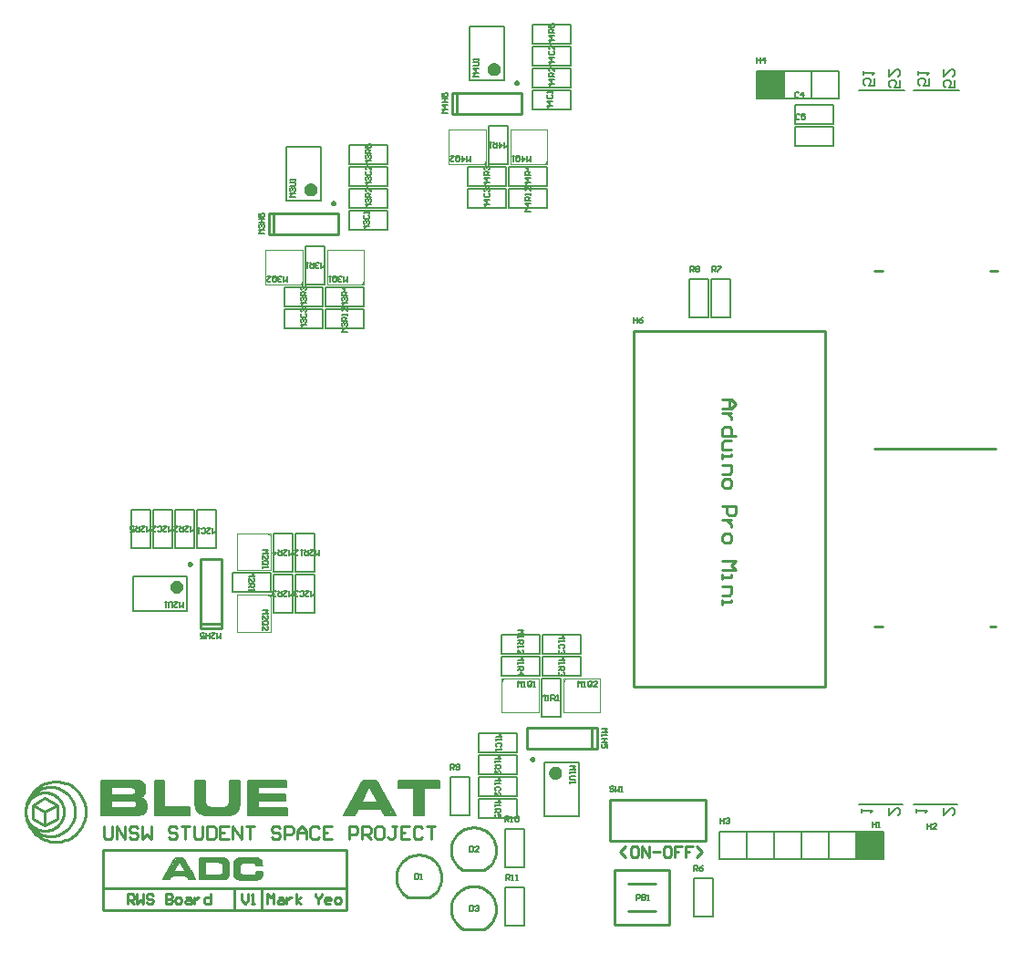
<source format=gto>
%FSDAX24Y24*%
%MOIN*%
%SFA1B1*%

%IPPOS*%
%ADD18C,0.010000*%
%ADD20C,0.020000*%
%ADD38C,0.009800*%
%ADD39C,0.023600*%
%ADD40C,0.005000*%
%ADD41C,0.004000*%
%ADD42C,0.007900*%
%ADD43C,0.008000*%
%ADD44R,0.099600X0.100000*%
%LNrwsv3-1*%
%LPD*%
G54D40*
X058107Y015310D02*
X057067D01*
Y015048*
X058052*
Y014825*
X057067*
Y014562*
X058130*
Y014295*
X056710*
Y015566*
X058107*
Y015310*
G54D18*
X058057Y015360D02*
X057017D01*
Y014998*
X058002*
Y014875*
X057017*
Y014512*
X058080*
Y014345*
X056760*
Y015516*
X058057*
Y015360*
G54D20*
X057957Y015460D02*
X056917D01*
Y014898*
X057902*
Y014975*
X056917*
Y014412*
X057980*
Y014445*
X056860*
Y015416*
X057957*
Y015460*
X056870Y014510D02*
X056910D01*
X056870Y014710D02*
X056910D01*
X056870Y014910D02*
X057860D01*
X056870Y015110D02*
X056910D01*
X056870Y015310D02*
X056910D01*
G54D40*
X062091Y014295D02*
X061696D01*
X061570Y014529*
X060718*
X060599Y014295*
X060203*
X060892Y015566*
X061391*
X062091Y014295*
G54D18*
X062007Y014345D02*
X061726D01*
X061600Y014579*
X060687*
X060568Y014345*
X060287*
X060922Y015516*
X061361*
X062007Y014345*
G54D20*
X061837Y014445D02*
X061786D01*
X061660Y014679*
X060626*
X060507Y014445*
X060455*
X060982Y015416*
X061302*
X061837Y014445*
X061770Y014540D02*
X061760D01*
X060670Y014740D02*
X061660D01*
X060770Y014940D02*
X061560D01*
X060870Y015140D02*
X061410D01*
X060970Y015340D02*
X061310D01*
G54D40*
X063699Y015288D02*
X063130D01*
Y014295*
X062774*
Y015288*
X062204*
Y015566*
X063699*
Y015288*
G54D18*
X063649Y015338D02*
X063080D01*
Y014345*
X062824*
Y015338*
X062254*
Y015516*
X063649*
Y015338*
G54D20*
X063549Y015438D02*
X062980D01*
Y014445*
X062924*
Y015438*
X062354*
Y015416*
X063549*
Y015438*
X062960Y014540D02*
X062950D01*
X062960Y014740D02*
X062950D01*
X062960Y014940D02*
X062950D01*
X062960Y015140D02*
X062950D01*
X062960Y015340D02*
X062950D01*
G54D40*
X056389Y014740D02*
X056387Y014697D01*
X056382Y014655*
X056376Y014618*
X056368Y014584*
X056360Y014552*
X056348Y014524*
X056338Y014497*
X056326Y014476*
X056314Y014453*
X056304Y014437*
X056294Y014424*
X056283Y014411*
X056276Y014402*
X056271Y014397*
X056267Y014393*
X056265Y014391*
X056241Y014373*
X056215Y014355*
X056185Y014341*
X056153Y014329*
X056121Y014316*
X056088Y014308*
X056055Y014300*
X056023Y014294*
X055991Y014289*
X055962Y014286*
X055937Y014283*
X055914Y014283*
X055895*
X055881Y014281*
X055289*
X055237Y014282*
X055193Y014285*
X055151Y014291*
X055110Y014299*
X055075Y014306*
X055042Y014316*
X055013Y014327*
X054987Y014338*
X054963Y014348*
X054945Y014357*
X054928Y014368*
X054915Y014375*
X054905Y014382*
X054898Y014388*
X054894Y014390*
X054894Y014390*
X054872Y014413*
X054854Y014436*
X054838Y014463*
X054824Y014491*
X054812Y014520*
X054801Y014549*
X054794Y014577*
X054787Y014606*
X054782Y014633*
X054777Y014658*
X054776Y014681*
X054774Y014701*
Y014719*
X054772Y014731*
Y014737*
Y014740*
Y015566*
X055128*
Y014828*
Y014802*
X055130Y014780*
X055133Y014760*
X055136Y014741*
X055139Y014722*
X055145Y014706*
X055155Y014679*
X055166Y014658*
X055174Y014644*
X055179Y014638*
X055181Y014633*
X055198Y014619*
X055211Y014609*
X055242Y014593*
X055274Y014582*
X055304Y014576*
X055332Y014573*
X055345Y014571*
X055356*
X055365Y014570*
X055803*
X055828Y014571*
X055849Y014575*
X055866Y014578*
X055883Y014583*
X055898Y014588*
X055925Y014598*
X055945Y014609*
X055962Y014620*
X055968Y014626*
X055972Y014629*
X055985Y014644*
X055994Y014658*
X056009Y014688*
X056019Y014721*
X056025Y014753*
X056028Y014781*
X056030Y014791*
X056033Y014804*
Y014815*
Y014821*
Y014826*
Y014828*
Y015566*
X056389*
Y014740*
G54D18*
X056339Y014741D02*
X056337Y014701D01*
X056332Y014662*
X056327Y014627*
X056320Y014596*
X056312Y014568*
X056302Y014542*
X056293Y014519*
X056282Y014500*
X056270Y014478*
X056262Y014465*
X056255Y014455*
X056245Y014443*
X056238Y014435*
X056236Y014433*
X056234Y014431*
X056211Y014413*
X056190Y014399*
X056165Y014387*
X056135Y014376*
X056105Y014364*
X056076Y014356*
X056045Y014349*
X056015Y014343*
X055985Y014339*
X055957Y014336*
X055933Y014333*
X055913Y014333*
X055891*
X055877Y014331*
X055289*
X055240Y014332*
X055198Y014335*
X055159Y014341*
X055120Y014348*
X055087Y014354*
X055058Y014363*
X055032Y014373*
X055006Y014384*
X054984Y014393*
X054970Y014401*
X054953Y014412*
X054941Y014418*
X054935Y014422*
X054928Y014427*
X054928Y014427*
X054910Y014445*
X054896Y014464*
X054882Y014487*
X054869Y014512*
X054858Y014538*
X054849Y014564*
X054842Y014589*
X054836Y014616*
X054831Y014642*
X054827Y014664*
X054826Y014685*
X054824Y014705*
Y014723*
X054822Y014735*
Y014737*
Y014740*
Y015516*
X055078*
Y014828*
Y014800*
X055080Y014774*
X055083Y014752*
X055087Y014733*
X055091Y014709*
X055098Y014689*
X055109Y014659*
X055122Y014634*
X055133Y014615*
X055135Y014612*
X055138Y014603*
X055168Y014579*
X055185Y014567*
X055222Y014547*
X055260Y014534*
X055296Y014526*
X055325Y014523*
X055341Y014521*
X055353*
X055362Y014520*
X055804*
X055834Y014521*
X055858Y014526*
X055877Y014529*
X055898Y014535*
X055915Y014541*
X055946Y014552*
X055971Y014566*
X055994Y014581*
X056000Y014587*
X056006Y014592*
X056024Y014613*
X056038Y014633*
X056056Y014670*
X056067Y014709*
X056075Y014745*
X056078Y014774*
X056079Y014782*
X056083Y014800*
Y014815*
Y014821*
Y014826*
Y014828*
Y015516*
X056339*
Y014741*
G54D20*
X056239Y014743D02*
X056237Y014709D01*
X056233Y014676*
X056228Y014646*
X056223Y014620*
X056217Y014600*
X056209Y014580*
X056202Y014562*
X056195Y014549*
X056183Y014527*
X056176Y014517*
X056168Y014507*
X056163Y014501*
X056165Y014503*
X056170Y014508*
X056153Y014494*
X056140Y014485*
X056126Y014479*
X056100Y014469*
X056074Y014459*
X056052Y014453*
X056025Y014447*
X055998Y014442*
X055973Y014438*
X055946Y014436*
X055925Y014433*
X055911Y014433*
X055884*
X055870Y014431*
X055291*
X055245Y014432*
X055208Y014435*
X055175Y014439*
X055139Y014446*
X055111Y014452*
X055091Y014458*
X055068Y014466*
X055045Y014476*
X055027Y014484*
X055019Y014488*
X055002Y014499*
X054993Y014504*
X054994Y014503*
X054994Y014503*
X054986Y014511*
X054979Y014520*
X054970Y014535*
X054960Y014554*
X054951Y014575*
X054945Y014594*
X054939Y014614*
X054934Y014636*
X054930Y014659*
X054927Y014675*
X054926Y014695*
X054924Y014712*
Y014731*
X054922Y014743*
Y014737*
Y014740*
Y015416*
X054978*
Y014828*
Y014795*
X054981Y014762*
X054985Y014737*
X054988Y014717*
X054994Y014684*
X055004Y014656*
X055017Y014619*
X055034Y014586*
X055052Y014556*
X055047Y014562*
X055053Y014544*
X055107Y014500*
X055132Y014481*
X055182Y014455*
X055233Y014438*
X055280Y014428*
X055311Y014424*
X055333Y014421*
X055348*
X055357Y014420*
X055806*
X055847Y014421*
X055877Y014428*
X055898Y014431*
X055928Y014439*
X055948Y014447*
X055987Y014461*
X056022Y014480*
X056057Y014502*
X056069Y014515*
X056077Y014522*
X056104Y014552*
X056125Y014584*
X056149Y014634*
X056164Y014685*
X056174Y014729*
X056177Y014760*
X056178Y014764*
X056183Y014791*
Y014815*
Y014821*
Y014826*
Y014828*
Y015416*
X056239*
Y014743*
X055030Y014520D02*
X055070D01*
X056130D02*
X056170D01*
X054930Y014720D02*
X054970D01*
X056180D02*
X056240D01*
X054930Y014920D02*
X054970D01*
X056230D02*
X056240D01*
X054930Y015120D02*
X054970D01*
X056230D02*
X056240D01*
X054930Y015320D02*
X054970D01*
X056230D02*
X056240D01*
G54D40*
X054765Y011938D02*
X054538D01*
X054458Y012086*
X053910*
X053835Y011938*
X053607*
X054031Y012721*
X054334*
X054765Y011938*
G54D18*
X054681Y011988D02*
X054568D01*
X054488Y012136*
X053879*
X053804Y011988*
X053691*
X054061Y012671*
X054304*
X054681Y011988*
G54D20*
X054511Y012088D02*
X054628D01*
X054548Y012236*
X053818*
X053743Y012088*
X053859*
X054121Y012571*
X054245*
X054511Y012088*
X053850Y012190D02*
X053890D01*
X054500D02*
X054540D01*
X054050Y012390D02*
X054340D01*
G54D40*
X056872Y012730D02*
X056894Y012729D01*
X056915Y012728*
X056934Y012727*
X056951Y012726*
X056967Y012724*
X056981Y012723*
X056994Y012721*
X057006Y012719*
X057017Y012718*
X057024Y012717*
X057029Y012716*
X057034Y012715*
X057038Y012714*
X057035Y012715*
X057064Y012707*
X057088Y012700*
X057106Y012692*
X057123Y012683*
X057136Y012677*
X057144Y012671*
X057149Y012668*
X057149Y012668*
X057162Y012654*
X057173Y012640*
X057181Y012626*
X057188Y012613*
X057193Y012601*
X057196Y012590*
X057197Y012589*
Y012586*
X057197Y012588*
X057197Y012588*
X057202Y012562*
X057205Y012538*
X057207Y012514*
X057208Y012493*
Y012481*
X057209Y012471*
Y012464*
Y012456*
Y012451*
Y012446*
Y012443*
X057221Y012455*
X057004Y012465*
X057002Y012484*
X056997Y012501*
X056990Y012516*
X056981Y012528*
X056973Y012536*
X056965Y012543*
X056962Y012544*
X056961Y012545*
X056942Y012554*
X056925Y012559*
X056909Y012562*
X056893Y012564*
X056879Y012565*
X056869Y012567*
X056560*
X056543Y012564*
X056529Y012562*
X056516Y012560*
X056505Y012558*
X056497Y012556*
X056491Y012554*
X056486Y012552*
X056476Y012547*
X056464Y012541*
X056456Y012534*
X056448Y012530*
X056440Y012523*
X056433Y012516*
X056431Y012513*
X056430Y012512*
X056422Y012501*
X056416Y012490*
X056411Y012480*
X056407Y012467*
X056406Y012458*
X056405Y012457*
X056403Y012449*
X056400Y012424*
X056398Y012411*
Y012399*
X056397Y012390*
Y012382*
Y012377*
Y012375*
Y012284*
Y012268*
X056398Y012252*
X056399Y012239*
X056400Y012227*
Y012218*
X056401Y012208*
X056399Y012211*
X056405Y012190*
X056408Y012178*
X056412Y012167*
X056416Y012157*
X056421Y012150*
X056423Y012146*
X056427Y012140*
X056430Y012137*
X056438Y012128*
X056448Y012122*
X056465Y012111*
X056474Y012108*
X056474Y012107*
X056485Y012104*
X056545Y012088*
X056499Y012099*
X056512Y012097*
X056526Y012095*
X056539Y012094*
X056550*
X056557Y012093*
X056855*
X056868Y012094*
X056882*
X056892Y012095*
X056902*
X056910Y012096*
X056913Y012096*
X056926Y012098*
X056936Y012101*
X056946Y012104*
X056953Y012108*
X056959Y012110*
X056967Y012114*
X056961Y012113*
X056968Y012114*
X056978Y012122*
X056986Y012129*
X056996Y012144*
X057000Y012150*
X057004Y012157*
X057006Y012166*
X057008Y012174*
X057010Y012186*
X057011Y012198*
X057012Y012207*
X057014Y012216*
Y012226*
Y012230*
Y012207*
X057220*
Y012154*
X057219Y012136*
X057218Y012119*
X057216Y012102*
X057214Y012089*
X057211Y012079*
X057209Y012068*
X057209Y012070*
X057208Y012063*
X057209Y012067*
X057204Y012047*
X057198Y012035*
X057191Y012024*
X057185Y012013*
X057177Y012005*
X057171Y011995*
X057171Y011995*
X057157Y011983*
X057145Y011975*
X057130Y011966*
X057117Y011959*
X057104Y011953*
X057093Y011949*
X057088Y011947*
X057087Y011946*
X057091Y011947*
X057078Y011944*
X057064Y011941*
X057040Y011936*
X057015Y011933*
X056991Y011931*
X056980*
X056969Y011930*
X056960*
X056951Y011929*
X056526*
X056494Y011929*
X056466Y011930*
X056440Y011932*
X056430Y011933*
X056419Y011934*
X056408Y011935*
X056401Y011936*
X056393Y011937*
X056387Y011938*
X056383Y011939*
X056377Y011941*
X056353Y011946*
X056332Y011952*
X056314Y011960*
X056299Y011966*
X056286Y011973*
X056276Y011979*
X056269Y011983*
X056270Y011982*
X056263Y011984*
X056268Y011983*
X056256Y011994*
X056242Y012007*
X056232Y012021*
X056222Y012035*
X056214Y012047*
X056210Y012056*
X056206Y012064*
X056207Y012059*
X056205Y012070*
X056200Y012085*
X056194Y012108*
X056189Y012132*
X056186Y012155*
X056185Y012165*
X056185Y012174*
Y012183*
X056184Y012191*
Y012197*
Y012202*
Y012205*
Y012206*
Y012453*
X056184Y012484*
X056187Y012511*
X056189Y012524*
X056191Y012537*
X056193Y012546*
X056196Y012556*
X056198Y012565*
X056200Y012572*
X056201Y012579*
X056203Y012582*
X056205Y012588*
X056207Y012596*
X056207Y012593*
X056215Y012612*
X056225Y012627*
X056236Y012642*
X056246Y012654*
X056257Y012664*
X056263Y012671*
X056272Y012676*
X056263Y012673*
X056272Y012677*
X056285Y012684*
X056305Y012694*
X056322Y012702*
X056338Y012708*
X056355Y012713*
X056360Y012714*
X056367Y012715*
X056369Y012717*
X056378Y012720*
X056374Y012719*
X056370Y012717*
X056401Y012722*
X056427Y012726*
X056451Y012728*
X056475Y012729*
X056486Y012730*
X056495*
X056504Y012731*
X056850*
X056872Y012730*
X056340Y011950D02*
X057090D01*
X056260Y012000D02*
X057160D01*
X056220Y012050D02*
X057190D01*
X056210Y012100D02*
X056480D01*
X056960D02*
X057220D01*
X056200Y012150D02*
X056410D01*
X057010D02*
X057220D01*
X056190Y012200D02*
X056400D01*
X057020D02*
X057220D01*
X056190Y012250D02*
X056390D01*
X056190Y012300D02*
X056390D01*
X056190Y012350D02*
X056390D01*
X056190Y012400D02*
X056390D01*
X056190Y012450D02*
X056390D01*
X057220D02*
D01*
X056200Y012500D02*
X056410D01*
X057010D02*
X057200D01*
X056200Y012550D02*
X056480D01*
X056950D02*
X057200D01*
X056230Y012600D02*
X057180D01*
X056260Y012650D02*
X057150D01*
X056330Y012700D02*
X057080D01*
X052570Y015563D02*
X052606Y015560D01*
X052635Y015557*
X052649Y015556*
X052660Y015554*
X052670Y015552*
X052678Y015551*
X052685Y015549*
X052690*
X052694Y015548*
X052693Y015548*
X052726Y015540*
X052753Y015533*
X052776Y015523*
X052798Y015514*
X052813Y015507*
X052824Y015500*
X052835Y015493*
X052837Y015492*
X052854Y015479*
X052871Y015463*
X052885Y015447*
X052897Y015431*
X052905Y015418*
X052911Y015406*
X052919Y015391*
X052915Y015393*
Y015402*
X052925Y015374*
X052932Y015348*
X052937Y015322*
X052941Y015297*
X052943Y015276*
X052944Y015259*
Y015254*
Y015249*
Y015246*
Y015245*
Y015214*
X052941Y015188*
X052940Y015165*
X052937Y015147*
X052934Y015132*
X052932Y015122*
X052929Y015114*
Y015109*
X052924Y015095*
X052917Y015079*
X052912Y015065*
X052906Y015054*
X052902Y015046*
X052897Y015040*
X052897Y015040*
X052897Y015040*
X052875Y015016*
X052860Y015003*
X052850Y014999*
X052844Y014994*
X052837Y014992*
X052836Y014991*
X052815Y014982*
X052800Y014977*
X052789Y014972*
X052780Y014969*
X052773Y014967*
X052760Y014954*
X052734Y014914*
X052792Y014907*
X052813Y014903*
X052831Y014897*
X052849Y014891*
X052864Y014884*
X052878Y014876*
X052891Y014870*
X052901Y014863*
X052919Y014850*
X052931Y014839*
X052940Y014828*
X052937Y014837*
X052941Y014828*
X052947Y014817*
X052956Y014803*
X052969Y014770*
X052977Y014734*
X052985Y014700*
X052988Y014668*
X052990Y014655*
Y014643*
X052991Y014632*
Y014626*
Y014621*
Y014620*
X052990Y014582*
X052987Y014549*
X052982Y014519*
X052976Y014497*
X052970Y014477*
X052965Y014460*
X052965Y014458*
X052962Y014450*
X052964Y014456*
X052951Y014429*
X052939Y014411*
X052926Y014393*
X052914Y014379*
X052902Y014368*
X052892Y014360*
X052888Y014355*
X052867Y014343*
X052848Y014333*
X052828Y014324*
X052808Y014318*
X052792Y014313*
X052777Y014309*
X052770Y014307*
X052713Y014299*
X052688Y014297*
X052663Y014296*
X052641Y014295*
X051345*
Y015566*
X052531*
X052571Y015563*
X051350Y014310D02*
X052780D01*
X051350Y014360D02*
X052880D01*
X051350Y014410D02*
X052930D01*
X051350Y014460D02*
X052960D01*
X051350Y014510D02*
X052970D01*
X051350Y014560D02*
X052990D01*
X051350Y014610D02*
X052990D01*
X051350Y014660D02*
X052990D01*
X051350Y014710D02*
X052990D01*
X051350Y014760D02*
X052970D01*
X051350Y014810D02*
X052950D01*
X051350Y014860D02*
X052890D01*
X051350Y014910D02*
X052720D01*
X051350Y014960D02*
X052760D01*
X051350Y015010D02*
X052860D01*
X051350Y015060D02*
X052900D01*
X051350Y015110D02*
X052920D01*
X051350Y015160D02*
X052930D01*
X051350Y015210D02*
X052930D01*
X051350Y015260D02*
X052930D01*
X051350Y015310D02*
X052930D01*
X051350Y015360D02*
X052920D01*
X051350Y015410D02*
X052900D01*
X051350Y015460D02*
X052860D01*
X051350Y015510D02*
X052790D01*
X051350Y015560D02*
X052560D01*
X055710Y012720D02*
X055742Y012718D01*
X055755Y012717*
X055768Y012716*
X055779Y012714*
X055790Y012713*
X055800Y012711*
X055809Y012709*
X055817Y012708*
X055822Y012707*
X055826Y012706*
X055832Y012705*
X055854Y012698*
X055873Y012690*
X055891Y012683*
X055904Y012676*
X055916Y012668*
X055925Y012663*
X055925Y012662*
X055927Y012660*
X055941Y012646*
X055952Y012633*
X055961Y012621*
X055968Y012608*
X055973Y012597*
X055977Y012587*
X055978Y012585*
X055979Y012580*
X055979Y012584*
X055980Y012579*
X055985Y012559*
X055990Y012538*
X055993Y012517*
X055996Y012498*
X055997Y012482*
Y012473*
X055998Y012466*
Y012463*
Y012458*
Y012456*
Y012455*
Y012203*
X055997Y012176*
X055995Y012151*
X055992Y012130*
X055989Y012112*
X055987Y012105*
X055985Y012098*
X055983Y012091*
X055982Y012087*
X055981Y012083*
X055980Y012077*
X055981Y012081*
X055973Y012060*
X055966Y012045*
X055957Y012032*
X055948Y012020*
X055940Y012010*
X055934Y012004*
X055929Y011999*
X055927Y011998*
X055916Y011987*
X055900Y011980*
X055883Y011971*
X055867Y011965*
X055853Y011959*
X055848Y011957*
X055843Y011956*
X055838Y011955*
X055832Y011953*
X055836Y011953*
X055828Y011952*
X055809Y011948*
X055782Y011944*
X055756Y011941*
X055732Y011939*
X055720Y011939*
X055700*
X055691Y011938*
X054932*
Y012721*
X055678*
X055711Y012720*
X054940Y011960D02*
X055840D01*
X054940Y012010D02*
X055930D01*
X054940Y012060D02*
X055960D01*
X054940Y012110D02*
X055980D01*
X054940Y012160D02*
X056000D01*
X054940Y012210D02*
X056000D01*
X054940Y012260D02*
X056000D01*
X054940Y012310D02*
X056000D01*
X054940Y012360D02*
X056000D01*
X054940Y012410D02*
X056000D01*
X054940Y012460D02*
X056000D01*
X054940Y012510D02*
X056000D01*
X054940Y012560D02*
X055980D01*
X054940Y012610D02*
X055960D01*
X054940Y012660D02*
X055920D01*
X054940Y012710D02*
X055770D01*
X053640Y014584D02*
X054550D01*
Y014295*
X053283*
Y015566*
X053640*
Y014584*
G54D18*
X053590Y014534D02*
X054500D01*
Y014345*
X053333*
Y015516*
X053590*
Y014534*
G54D20*
X053490Y014434D02*
X054400D01*
Y014445*
X053433*
Y015416*
X053490*
Y014434*
X053530Y014440D02*
Y014430D01*
X053730Y014440D02*
Y014430D01*
X053930Y014440D02*
Y014430D01*
X054130Y014440D02*
Y014430D01*
X054330Y014440D02*
Y014430D01*
%LNrwsv3-2*%
%LPC*%
G36*
X061142Y015284D02*
X060886Y014789D01*
X061404*
X061142Y015284*
G37*
G36*
X054183Y012552D02*
X054022Y012240D01*
X054348*
X054183Y012552*
G37*
G36*
X052452Y015274D02*
X051726D01*
Y015068*
X052443*
X052463Y015070*
X052482Y015071*
X052496Y015074*
X052509Y015079*
X052520Y015084*
X052526Y015087*
X052531Y015088*
X052532Y015090*
X052543Y015101*
X052551Y015112*
X052556Y015126*
X052560Y015138*
X052562Y015151*
X052563Y015160*
Y015167*
Y015170*
X052562Y015190*
X052559Y015207*
X052554Y015221*
X052548Y015232*
X052541Y015240*
X052537Y015246*
X052534Y015249*
X052532Y015251*
X052520Y015259*
X052506Y015265*
X052490Y015268*
X052476Y015271*
X052463Y015273*
X052452Y015274*
G37*
G36*
X052463Y014795D02*
X051726D01*
Y014587*
X052452*
X052476Y014589*
X052496Y014590*
X052515Y014593*
X052531Y014596*
X052543Y014600*
X052551Y014603*
X052557Y014606*
X052559*
X052573Y014615*
X052582Y014626*
X052590Y014639*
X052595Y014653*
X052598Y014664*
X052599Y014675*
Y014681*
Y014684*
X052598Y014707*
X052593Y014726*
X052587Y014742*
X052579Y014754*
X052571Y014762*
X052565Y014768*
X052560Y014771*
X052559Y014773*
X052543Y014781*
X052524Y014785*
X052507Y014790*
X052490Y014792*
X052476Y014793*
X052463Y014795*
G37*
G36*
X055630Y012539D02*
X055163D01*
Y012127*
X055630*
X055643Y012128*
X055655Y012129*
X055665Y012131*
X055674Y012132*
X055680Y012133*
X055684Y012134*
X055685*
X055695Y012137*
X055704Y012141*
X055712Y012144*
X055719Y012147*
X055725Y012151*
X055729Y012153*
X055731Y012155*
X055732Y012156*
X055738Y012163*
X055744Y012170*
X055752Y012185*
X055754Y012192*
X055756Y012197*
X055758Y012201*
Y012202*
X055761Y012213*
X055763Y012226*
X055765Y012238*
X055766Y012250*
X055767Y012261*
Y012269*
Y012274*
Y012276*
Y012389*
Y012404*
X055766Y012419*
X055764Y012432*
X055763Y012443*
X055761Y012451*
X055759Y012457*
X055758Y012461*
Y012462*
X055754Y012473*
X055751Y012482*
X055747Y012490*
X055742Y012496*
X055738Y012501*
X055735Y012505*
X055733Y012507*
X055732Y012508*
X055725Y012514*
X055717Y012518*
X055701Y012525*
X055694Y012528*
X055690Y012530*
X055686Y012531*
X055685*
X055674Y012534*
X055662Y012536*
X055650Y012537*
X055639Y012538*
X055630Y012539*
G37*
%LNrwsv3-3*%
%LPD*%
G54D18*
X063322Y011284D02*
D01*
X063372Y011312*
X063420Y011344*
X063466Y011379*
X063509Y011417*
X063549Y011458*
X063587Y011502*
X063621Y011549*
X063652Y011597*
X063679Y011648*
X063703Y011701*
X063723Y011755*
X063740Y011810*
X063752Y011866*
X063761Y011923*
X063765Y011981*
X063766Y012039*
X063762Y012096*
X063755Y012153*
X063743Y012210*
X063728Y012265*
X063708Y012320*
X063685Y012373*
X063659Y012424*
X063629Y012473*
X063595Y012520*
X063558Y012564*
X063519Y012606*
X063476Y012645*
X063431Y012681*
X063383Y012714*
X063334Y012743*
X063282Y012769*
X063229Y012791*
X063174Y012809*
X063118Y012824*
X063061Y012834*
X063004Y012841*
X062946Y012843*
X062889Y012842*
X062831Y012836*
X062774Y012826*
X062718Y012813*
X062663Y012796*
X062610Y012774*
X062558Y012750*
X062507Y012721*
X062459Y012689*
X062413Y012654*
X062370Y012616*
X062330Y012575*
X062292Y012531*
X062258Y012484*
X062227Y012436*
X062200Y012385*
X062176Y012332*
X062156Y012278*
X062139Y012223*
X062127Y012167*
X062118Y012110*
X062114Y012052*
X062113Y011994*
X062117Y011937*
X062124Y011880*
X062136Y011823*
X062151Y011768*
X062171Y011713*
X062194Y011660*
X062220Y011609*
X062250Y011560*
X062284Y011513*
X062321Y011469*
X062360Y011427*
X062403Y011388*
X062448Y011352*
X062496Y011319*
X062545Y011290*
X062555Y011285*
X065322Y012284D02*
D01*
X065372Y012312*
X065420Y012344*
X065466Y012379*
X065509Y012417*
X065549Y012458*
X065587Y012502*
X065621Y012549*
X065652Y012597*
X065679Y012648*
X065703Y012701*
X065723Y012755*
X065740Y012810*
X065752Y012866*
X065761Y012923*
X065765Y012981*
X065766Y013039*
X065762Y013096*
X065755Y013153*
X065743Y013210*
X065728Y013265*
X065708Y013320*
X065685Y013373*
X065659Y013424*
X065629Y013473*
X065595Y013520*
X065558Y013564*
X065519Y013606*
X065476Y013645*
X065431Y013681*
X065383Y013714*
X065334Y013743*
X065282Y013769*
X065229Y013791*
X065174Y013809*
X065118Y013824*
X065061Y013834*
X065004Y013841*
X064946Y013843*
X064889Y013842*
X064831Y013836*
X064774Y013826*
X064718Y013813*
X064663Y013796*
X064610Y013774*
X064558Y013750*
X064507Y013721*
X064459Y013689*
X064413Y013654*
X064370Y013616*
X064330Y013575*
X064292Y013531*
X064258Y013484*
X064227Y013436*
X064200Y013385*
X064176Y013332*
X064156Y013278*
X064139Y013223*
X064127Y013167*
X064118Y013110*
X064114Y013052*
X064113Y012994*
X064117Y012937*
X064124Y012880*
X064136Y012823*
X064151Y012768*
X064171Y012713*
X064194Y012660*
X064220Y012609*
X064250Y012560*
X064284Y012513*
X064321Y012469*
X064360Y012427*
X064403Y012388*
X064448Y012352*
X064496Y012319*
X064545Y012290*
X064555Y012285*
X065322Y010134D02*
D01*
X065372Y010162*
X065420Y010194*
X065466Y010229*
X065509Y010267*
X065549Y010308*
X065587Y010352*
X065621Y010399*
X065652Y010447*
X065679Y010498*
X065703Y010551*
X065723Y010605*
X065740Y010660*
X065752Y010716*
X065761Y010773*
X065765Y010831*
X065766Y010889*
X065762Y010946*
X065755Y011003*
X065743Y011060*
X065728Y011115*
X065708Y011170*
X065685Y011223*
X065659Y011274*
X065629Y011323*
X065595Y011370*
X065558Y011414*
X065519Y011456*
X065476Y011495*
X065431Y011531*
X065383Y011564*
X065334Y011593*
X065282Y011619*
X065229Y011641*
X065174Y011659*
X065118Y011674*
X065061Y011684*
X065004Y011691*
X064946Y011693*
X064889Y011692*
X064831Y011686*
X064774Y011676*
X064718Y011663*
X064663Y011646*
X064610Y011624*
X064558Y011600*
X064507Y011571*
X064459Y011539*
X064413Y011504*
X064370Y011466*
X064330Y011425*
X064292Y011381*
X064258Y011334*
X064227Y011286*
X064200Y011235*
X064176Y011182*
X064156Y011128*
X064139Y011073*
X064127Y011017*
X064118Y010960*
X064114Y010902*
X064113Y010844*
X064117Y010787*
X064124Y010730*
X064136Y010673*
X064151Y010618*
X064171Y010563*
X064194Y010510*
X064220Y010459*
X064250Y010410*
X064284Y010363*
X064321Y010319*
X064360Y010277*
X064403Y010238*
X064448Y010202*
X064496Y010169*
X064545Y010140*
X064555Y010135*
X049970Y014420D02*
D01*
X049968Y014468*
X049963Y014517*
X049954Y014565*
X049942Y014612*
X049927Y014659*
X049909Y014704*
X049888Y014748*
X049863Y014790*
X049836Y014831*
X049806Y014869*
X049773Y014906*
X049738Y014940*
X049700Y014971*
X049661Y015000*
X049620Y015026*
X049576Y015049*
X049532Y015069*
X049486Y015085*
X049439Y015099*
X049391Y015109*
X049343Y015116*
X049294Y015119*
X049245*
X049196Y015116*
X049148Y015109*
X049100Y015099*
X049053Y015085*
X049007Y015069*
X048963Y015049*
X048920Y015026*
X048878Y015000*
X048839Y014971*
X048801Y014940*
X048766Y014906*
X048733Y014869*
X048703Y014831*
X048676Y014790*
X048651Y014748*
X048630Y014704*
X048612Y014659*
X048597Y014612*
X048585Y014565*
X048576Y014517*
X048571Y014468*
X048570Y014420*
X048571Y014371*
X048576Y014322*
X048585Y014274*
X048597Y014227*
X048612Y014180*
X048630Y014135*
X048651Y014091*
X048676Y014049*
X048703Y014008*
X048733Y013970*
X048766Y013933*
X048801Y013899*
X048839Y013868*
X048878Y013839*
X048920Y013813*
X048963Y013790*
X049007Y013770*
X049053Y013754*
X049100Y013740*
X049148Y013730*
X049196Y013723*
X049245Y013720*
X049294*
X049343Y013723*
X049391Y013730*
X049439Y013740*
X049486Y013754*
X049532Y013770*
X049576Y013790*
X049620Y013813*
X049661Y013839*
X049700Y013868*
X049738Y013899*
X049773Y013933*
X049806Y013970*
X049836Y014008*
X049863Y014049*
X049888Y014091*
X049909Y014135*
X049927Y014180*
X049942Y014227*
X049954Y014274*
X049963Y014322*
X049968Y014371*
X049970Y014420*
X050370D02*
D01*
X050367Y014482*
X050361Y014545*
X050350Y014607*
X050335Y014668*
X050315Y014727*
X050292Y014786*
X050264Y014842*
X050233Y014896*
X050198Y014949*
X050159Y014998*
X050117Y015045*
X050072Y015088*
X050024Y015129*
X049973Y015166*
X049920Y015199*
X049864Y015228*
X049807Y015254*
X049748Y015275*
X049687Y015293*
X049626Y015306*
X049564Y015315*
X049501Y015319*
X049438*
X049375Y015315*
X049313Y015306*
X049252Y015293*
X049191Y015275*
X049132Y015254*
X049075Y015228*
X049020Y015199*
X048966Y015166*
X048915Y015129*
X048867Y015088*
X048822Y015045*
X048780Y014998*
X048741Y014949*
X048706Y014896*
X048675Y014842*
X048647Y014786*
X048624Y014727*
X048604Y014668*
X048589Y014607*
X048578Y014545*
X048572Y014482*
X048570Y014420*
X048572Y014357*
X048578Y014294*
X048589Y014232*
X048604Y014171*
X048624Y014112*
X048647Y014053*
X048675Y013997*
X048706Y013943*
X048741Y013890*
X048780Y013841*
X048822Y013794*
X048867Y013751*
X048915Y013710*
X048966Y013673*
X049020Y013640*
X049075Y013611*
X049132Y013585*
X049191Y013564*
X049252Y013546*
X049313Y013533*
X049375Y013524*
X049438Y013520*
X049501*
X049564Y013524*
X049626Y013533*
X049687Y013546*
X049748Y013564*
X049807Y013585*
X049864Y013611*
X049920Y013640*
X049973Y013673*
X050024Y013710*
X050072Y013751*
X050117Y013794*
X050159Y013841*
X050198Y013890*
X050233Y013943*
X050264Y013997*
X050292Y014053*
X050315Y014112*
X050335Y014171*
X050350Y014232*
X050361Y014294*
X050367Y014357*
X050370Y014420*
X050770D02*
D01*
X050767Y014496*
X050759Y014573*
X050745Y014648*
X050727Y014723*
X050703Y014796*
X050674Y014867*
X050641Y014936*
X050602Y015002*
X050559Y015066*
X050512Y015127*
X050461Y015184*
X050406Y015237*
X050347Y015286*
X050285Y015331*
X050220Y015372*
X050152Y015408*
X050082Y015439*
X050009Y015466*
X049936Y015487*
X049861Y015503*
X049784Y015513*
X049708Y015519*
X049631*
X049555Y015513*
X049478Y015503*
X049403Y015487*
X049330Y015466*
X049257Y015439*
X049187Y015408*
X049120Y015372*
X049054Y015331*
X048992Y015286*
X048933Y015237*
X048878Y015184*
X048827Y015127*
X048780Y015066*
X048737Y015002*
X048698Y014936*
X048665Y014867*
X048636Y014796*
X048612Y014723*
X048594Y014648*
X048580Y014573*
X048572Y014496*
X048570Y014420*
X048572Y014343*
X048580Y014266*
X048594Y014191*
X048612Y014116*
X048636Y014043*
X048665Y013972*
X048698Y013903*
X048737Y013837*
X048780Y013773*
X048827Y013712*
X048878Y013655*
X048933Y013602*
X048992Y013553*
X049054Y013508*
X049120Y013467*
X049187Y013431*
X049257Y013400*
X049330Y013373*
X049403Y013352*
X049478Y013336*
X049555Y013326*
X049631Y013320*
X049708*
X049784Y013326*
X049861Y013336*
X049936Y013352*
X050009Y013373*
X050082Y013400*
X050152Y013431*
X050220Y013467*
X050285Y013508*
X050347Y013553*
X050406Y013602*
X050461Y013655*
X050512Y013712*
X050559Y013773*
X050602Y013837*
X050641Y013903*
X050674Y013972*
X050703Y014043*
X050727Y014116*
X050745Y014191*
X050759Y014266*
X050767Y014343*
X050770Y014420*
X064146Y039906D02*
X066705D01*
Y040694*
X064146D02*
X066705D01*
X064146Y039906D02*
Y040694D01*
X064343Y039906D02*
Y040694D01*
X057446Y035506D02*
X060005D01*
Y036294*
X057446D02*
X060005D01*
X057446Y035506D02*
Y036294D01*
X057643Y035506D02*
Y036294D01*
X055734Y021106D02*
Y023665D01*
X054946D02*
X055734D01*
X054946Y021106D02*
Y023665D01*
Y021106D02*
X055734D01*
X054946Y021303D02*
X055734D01*
X066897Y017494D02*
X069457D01*
X066897Y016706D02*
Y017494D01*
Y016706D02*
X069457D01*
Y017494*
X069260Y016706D02*
Y017494D01*
X072090Y010300D02*
Y012300D01*
X070090Y010300D02*
X072090D01*
X070090D02*
Y012300D01*
X072090*
X070590Y010800D02*
X071590D01*
X070590Y011800D02*
X071590D01*
X077790Y019000D02*
Y032000D01*
X070790D02*
X077790D01*
X070790Y019000D02*
Y032000D01*
Y019000D02*
X077790D01*
X062555Y011285D02*
X063322Y011284D01*
X064555Y012285D02*
X065322Y012284D01*
X064555Y010135D02*
X065322Y010134D01*
X069940Y014850D02*
X073440D01*
Y013350D02*
Y014850D01*
X069940Y013350D02*
X073440D01*
X069940D02*
Y014850D01*
X056200Y010830D02*
Y011630D01*
X079590Y021200D02*
X079890D01*
X083840D02*
X084040D01*
X079590Y034200D02*
X079890D01*
X083840D02*
X084090D01*
X079590Y027700D02*
X084040D01*
X051400Y011630D02*
X060300D01*
X051400Y010830D02*
Y013030D01*
Y010830D02*
X060300D01*
X057200D02*
Y011630D01*
X060300Y010830D02*
Y013030D01*
X051400D02*
X060300D01*
X049270Y013920D02*
Y014420D01*
X048820Y014170D02*
X049270Y013920D01*
X049720Y014170*
X048820Y014670D02*
X049270Y014420D01*
X048820Y014170D02*
Y014670D01*
X049720Y014170D02*
Y014670D01*
X049270Y014420D02*
X049720Y014670D01*
X049270Y014920D02*
X049720Y014670D01*
X048820D02*
X049270Y014920D01*
X056467Y011405D02*
Y011172D01*
X056583Y011055*
X056700Y011172*
Y011405*
X056817Y011055D02*
X056933D01*
X056875*
Y011405*
X056817Y011347*
X052284Y011055D02*
Y011405D01*
X052459*
X052517Y011347*
Y011230*
X052459Y011172*
X052284*
X052400D02*
X052517Y011055D01*
X052634Y011405D02*
Y011055D01*
X052750Y011172*
X052867Y011055*
Y011405*
X053217Y011347D02*
X053159Y011405D01*
X053042*
X052984Y011347*
Y011288*
X053042Y011230*
X053159*
X053217Y011172*
Y011113*
X053159Y011055*
X053042*
X052984Y011113*
X053683Y011405D02*
Y011055D01*
X053858*
X053917Y011113*
Y011172*
X053858Y011230*
X053683*
X053858*
X053917Y011288*
Y011347*
X053858Y011405*
X053683*
X054092Y011055D02*
X054208D01*
X054267Y011113*
Y011230*
X054208Y011288*
X054092*
X054033Y011230*
Y011113*
X054092Y011055*
X054441Y011288D02*
X054558D01*
X054616Y011230*
Y011055*
X054441*
X054383Y011113*
X054441Y011172*
X054616*
X054733Y011288D02*
Y011055D01*
Y011172*
X054791Y011230*
X054850Y011288*
X054908*
X055316Y011405D02*
Y011055D01*
X055141*
X055083Y011113*
Y011230*
X055141Y011288*
X055316*
X057409Y011055D02*
Y011405D01*
X057525Y011288*
X057642Y011405*
Y011055*
X057817Y011288D02*
X057934D01*
X057992Y011230*
Y011055*
X057817*
X057759Y011113*
X057817Y011172*
X057992*
X058109Y011288D02*
Y011055D01*
Y011172*
X058167Y011230*
X058225Y011288*
X058283*
X058458Y011055D02*
Y011405D01*
Y011172D02*
X058633Y011288D01*
X058458Y011172D02*
X058633Y011055D01*
X059158Y011405D02*
Y011347D01*
X059275Y011230*
X059391Y011347*
Y011405*
X059275Y011230D02*
Y011055D01*
X059683D02*
X059566D01*
X059508Y011113*
Y011230*
X059566Y011288*
X059683*
X059741Y011230*
Y011172*
X059508*
X059916Y011055D02*
X060033D01*
X060091Y011113*
Y011230*
X060033Y011288*
X059916*
X059858Y011230*
Y011113*
X059916Y011055*
X070490Y012750D02*
X070290Y012950D01*
X070490Y013150*
X070890D02*
X070757D01*
X070690Y013083*
Y012817*
X070757Y012750*
X070890*
X070956Y012817*
Y013083*
X070890Y013150*
X071090Y012750D02*
Y013150D01*
X071356Y012750*
Y013150*
X071490Y012950D02*
X071756D01*
X072089Y013150D02*
X071956D01*
X071889Y013083*
Y012817*
X071956Y012750*
X072089*
X072156Y012817*
Y013083*
X072089Y013150*
X072556D02*
X072289D01*
Y012950*
X072423*
X072289*
Y012750*
X072956Y013150D02*
X072689D01*
Y012950*
X072823*
X072689*
Y012750*
X073089D02*
X073289Y012950D01*
X073089Y013150*
X074040Y029500D02*
X074373D01*
X074540Y029333*
X074373Y029167*
X074040*
X074290*
Y029500*
X074373Y029000D02*
X074040D01*
X074207*
X074290Y028917*
X074373Y028834*
Y028750*
X074540Y028167D02*
X074040D01*
Y028417*
X074123Y028500*
X074290*
X074373Y028417*
Y028167*
Y028000D02*
X074123D01*
X074040Y027917*
Y027667*
X074373*
X074040Y027501D02*
Y027334D01*
Y027417*
X074373*
Y027501*
X074040Y027084D02*
X074373D01*
Y026834*
X074290Y026751*
X074040*
Y026501D02*
Y026334D01*
X074123Y026251*
X074290*
X074373Y026334*
Y026501*
X074290Y026584*
X074123*
X074040Y026501*
Y025585D02*
X074540D01*
Y025335*
X074457Y025251*
X074290*
X074207Y025335*
Y025585*
X074373Y025085D02*
X074040D01*
X074207*
X074290Y025001*
X074373Y024918*
Y024835*
X074040Y024502D02*
Y024335D01*
X074123Y024252*
X074290*
X074373Y024335*
Y024502*
X074290Y024585*
X074123*
X074040Y024502*
Y023585D02*
X074540D01*
X074373Y023419*
X074540Y023252*
X074040*
Y023085D02*
Y022919D01*
Y023002*
X074373*
Y023085*
X074040Y022669D02*
X074373D01*
Y022419*
X074290Y022336*
X074040*
Y022169D02*
Y022002D01*
Y022086*
X074373*
Y022169*
X051420Y013892D02*
Y013499D01*
X051499Y013420*
X051656*
X051735Y013499*
Y013892*
X051892Y013420D02*
Y013892D01*
X052207Y013420*
Y013892*
X052679Y013814D02*
X052601Y013892D01*
X052443*
X052365Y013814*
Y013735*
X052443Y013656*
X052601*
X052679Y013577*
Y013499*
X052601Y013420*
X052443*
X052365Y013499*
X052837Y013892D02*
Y013420D01*
X052994Y013577*
X053152Y013420*
Y013892*
X054096Y013814D02*
X054018Y013892D01*
X053860*
X053781Y013814*
Y013735*
X053860Y013656*
X054018*
X054096Y013577*
Y013499*
X054018Y013420*
X053860*
X053781Y013499*
X054254Y013892D02*
X054569D01*
X054411*
Y013420*
X054726Y013892D02*
Y013499D01*
X054805Y013420*
X054962*
X055041Y013499*
Y013892*
X055198D02*
Y013420D01*
X055434*
X055513Y013499*
Y013814*
X055434Y013892*
X055198*
X055985D02*
X055671D01*
Y013420*
X055985*
X055671Y013656D02*
X055828D01*
X056143Y013420D02*
Y013892D01*
X056458Y013420*
Y013892*
X056615D02*
X056930D01*
X056773*
Y013420*
X057875Y013814D02*
X057796Y013892D01*
X057638*
X057560Y013814*
Y013735*
X057638Y013656*
X057796*
X057875Y013577*
Y013499*
X057796Y013420*
X057638*
X057560Y013499*
X058032Y013420D02*
Y013892D01*
X058268*
X058347Y013814*
Y013656*
X058268Y013577*
X058032*
X058504Y013420D02*
Y013735D01*
X058662Y013892*
X058819Y013735*
Y013420*
Y013656*
X058504*
X059291Y013814D02*
X059213Y013892D01*
X059055*
X058977Y013814*
Y013499*
X059055Y013420*
X059213*
X059291Y013499*
X059764Y013892D02*
X059449D01*
Y013420*
X059764*
X059449Y013656D02*
X059606D01*
X060393Y013420D02*
Y013892D01*
X060630*
X060708Y013814*
Y013656*
X060630Y013577*
X060393*
X060866Y013420D02*
Y013892D01*
X061102*
X061181Y013814*
Y013656*
X061102Y013577*
X060866*
X061023D02*
X061181Y013420D01*
X061574Y013892D02*
X061417D01*
X061338Y013814*
Y013499*
X061417Y013420*
X061574*
X061653Y013499*
Y013814*
X061574Y013892*
X062125D02*
X061968D01*
X062046*
Y013499*
X061968Y013420*
X061889*
X061810Y013499*
X062597Y013892D02*
X062283D01*
Y013420*
X062597*
X062283Y013656D02*
X062440D01*
X063070Y013814D02*
X062991Y013892D01*
X062834*
X062755Y013814*
Y013499*
X062834Y013420*
X062991*
X063070Y013499*
X063227Y013892D02*
X063542D01*
X063385*
Y013420*
G54D38*
X066562Y041065D02*
D01*
X066561Y041068*
X066561Y041071*
X066560Y041075*
X066560Y041078*
X066559Y041081*
X066557Y041084*
X066556Y041088*
X066554Y041090*
X066552Y041093*
X066550Y041096*
X066548Y041099*
X066545Y041101*
X066543Y041103*
X066540Y041105*
X066537Y041107*
X066534Y041109*
X066531Y041110*
X066528Y041111*
X066524Y041112*
X066521Y041113*
X066518Y041113*
X066514Y041113*
X066511*
X066507Y041113*
X066504Y041113*
X066501Y041112*
X066497Y041111*
X066494Y041110*
X066491Y041109*
X066488Y041107*
X066485Y041105*
X066482Y041103*
X066480Y041101*
X066477Y041099*
X066475Y041096*
X066473Y041093*
X066471Y041090*
X066469Y041088*
X066468Y041084*
X066466Y041081*
X066465Y041078*
X066465Y041075*
X066464Y041071*
X066464Y041068*
X066464Y041065*
X066464Y041061*
X066464Y041058*
X066465Y041054*
X066465Y041051*
X066466Y041048*
X066468Y041045*
X066469Y041041*
X066471Y041039*
X066473Y041036*
X066475Y041033*
X066477Y041030*
X066480Y041028*
X066482Y041026*
X066485Y041024*
X066488Y041022*
X066491Y041020*
X066494Y041019*
X066497Y041018*
X066501Y041017*
X066504Y041016*
X066507Y041016*
X066511Y041016*
X066514*
X066518Y041016*
X066521Y041016*
X066524Y041017*
X066528Y041018*
X066531Y041019*
X066534Y041020*
X066537Y041022*
X066540Y041024*
X066543Y041026*
X066545Y041028*
X066548Y041030*
X066550Y041033*
X066552Y041036*
X066554Y041039*
X066556Y041041*
X066557Y041045*
X066559Y041048*
X066560Y041051*
X066560Y041054*
X066561Y041058*
X066561Y041061*
X066562Y041065*
X059862Y036665D02*
D01*
X059861Y036668*
X059861Y036671*
X059860Y036675*
X059860Y036678*
X059859Y036681*
X059857Y036684*
X059856Y036688*
X059854Y036690*
X059852Y036693*
X059850Y036696*
X059848Y036699*
X059845Y036701*
X059843Y036703*
X059840Y036705*
X059837Y036707*
X059834Y036709*
X059831Y036710*
X059828Y036711*
X059824Y036712*
X059821Y036713*
X059818Y036713*
X059814Y036713*
X059811*
X059807Y036713*
X059804Y036713*
X059801Y036712*
X059797Y036711*
X059794Y036710*
X059791Y036709*
X059788Y036707*
X059785Y036705*
X059782Y036703*
X059780Y036701*
X059777Y036699*
X059775Y036696*
X059773Y036693*
X059771Y036690*
X059769Y036688*
X059768Y036684*
X059766Y036681*
X059765Y036678*
X059765Y036675*
X059764Y036671*
X059764Y036668*
X059764Y036665*
X059764Y036661*
X059764Y036658*
X059765Y036654*
X059765Y036651*
X059766Y036648*
X059768Y036645*
X059769Y036641*
X059771Y036639*
X059773Y036636*
X059775Y036633*
X059777Y036630*
X059780Y036628*
X059782Y036626*
X059785Y036624*
X059788Y036622*
X059791Y036620*
X059794Y036619*
X059797Y036618*
X059801Y036617*
X059804Y036616*
X059807Y036616*
X059811Y036616*
X059814*
X059818Y036616*
X059821Y036616*
X059824Y036617*
X059828Y036618*
X059831Y036619*
X059834Y036620*
X059837Y036622*
X059840Y036624*
X059843Y036626*
X059845Y036628*
X059848Y036630*
X059850Y036633*
X059852Y036636*
X059854Y036639*
X059856Y036641*
X059857Y036645*
X059859Y036648*
X059860Y036651*
X059860Y036654*
X059861Y036658*
X059861Y036661*
X059862Y036665*
X054624Y023473D02*
D01*
X054623Y023476*
X054623Y023479*
X054622Y023483*
X054622Y023486*
X054621Y023489*
X054619Y023492*
X054618Y023496*
X054616Y023498*
X054614Y023501*
X054612Y023504*
X054610Y023507*
X054607Y023509*
X054605Y023511*
X054602Y023513*
X054599Y023515*
X054596Y023517*
X054593Y023518*
X054590Y023519*
X054586Y023520*
X054583Y023521*
X054580Y023521*
X054576Y023521*
X054573*
X054569Y023521*
X054566Y023521*
X054563Y023520*
X054559Y023519*
X054556Y023518*
X054553Y023517*
X054550Y023515*
X054547Y023513*
X054544Y023511*
X054542Y023509*
X054539Y023507*
X054537Y023504*
X054535Y023501*
X054533Y023498*
X054531Y023496*
X054530Y023492*
X054528Y023489*
X054527Y023486*
X054527Y023483*
X054526Y023479*
X054526Y023476*
X054526Y023473*
X054526Y023469*
X054526Y023466*
X054527Y023462*
X054527Y023459*
X054528Y023456*
X054530Y023453*
X054531Y023449*
X054533Y023447*
X054535Y023444*
X054537Y023441*
X054539Y023438*
X054542Y023436*
X054544Y023434*
X054547Y023432*
X054550Y023430*
X054553Y023428*
X054556Y023427*
X054559Y023426*
X054563Y023425*
X054566Y023424*
X054569Y023424*
X054573Y023424*
X054576*
X054580Y023424*
X054583Y023424*
X054586Y023425*
X054590Y023426*
X054593Y023427*
X054596Y023428*
X054599Y023430*
X054602Y023432*
X054605Y023434*
X054607Y023436*
X054610Y023438*
X054612Y023441*
X054614Y023444*
X054616Y023447*
X054618Y023449*
X054619Y023453*
X054621Y023456*
X054622Y023459*
X054622Y023462*
X054623Y023466*
X054623Y023469*
X054624Y023473*
X067139Y016335D02*
D01*
X067138Y016338*
X067138Y016341*
X067137Y016345*
X067137Y016348*
X067136Y016351*
X067134Y016354*
X067133Y016358*
X067131Y016360*
X067129Y016363*
X067127Y016366*
X067125Y016369*
X067122Y016371*
X067120Y016373*
X067117Y016375*
X067114Y016377*
X067111Y016379*
X067108Y016380*
X067105Y016381*
X067101Y016382*
X067098Y016383*
X067095Y016383*
X067091Y016383*
X067088*
X067084Y016383*
X067081Y016383*
X067078Y016382*
X067074Y016381*
X067071Y016380*
X067068Y016379*
X067065Y016377*
X067062Y016375*
X067059Y016373*
X067057Y016371*
X067054Y016369*
X067052Y016366*
X067050Y016363*
X067048Y016360*
X067046Y016358*
X067045Y016354*
X067043Y016351*
X067042Y016348*
X067042Y016345*
X067041Y016341*
X067041Y016338*
X067041Y016335*
X067041Y016331*
X067041Y016328*
X067042Y016324*
X067042Y016321*
X067043Y016318*
X067045Y016315*
X067046Y016311*
X067048Y016309*
X067050Y016306*
X067052Y016303*
X067054Y016300*
X067057Y016298*
X067059Y016296*
X067062Y016294*
X067065Y016292*
X067068Y016290*
X067071Y016289*
X067074Y016288*
X067078Y016287*
X067081Y016286*
X067084Y016286*
X067088Y016286*
X067091*
X067095Y016286*
X067098Y016286*
X067101Y016287*
X067105Y016288*
X067108Y016289*
X067111Y016290*
X067114Y016292*
X067117Y016294*
X067120Y016296*
X067122Y016298*
X067125Y016300*
X067127Y016303*
X067129Y016306*
X067131Y016309*
X067133Y016311*
X067134Y016315*
X067136Y016318*
X067137Y016321*
X067137Y016324*
X067138Y016328*
X067138Y016331*
X067139Y016335*
G54D39*
X065794Y041559D02*
D01*
X065793Y041567*
X065792Y041575*
X065791Y041583*
X065789Y041591*
X065786Y041599*
X065783Y041606*
X065780Y041614*
X065776Y041621*
X065771Y041628*
X065766Y041634*
X065760Y041640*
X065754Y041646*
X065748Y041651*
X065741Y041656*
X065735Y041661*
X065727Y041665*
X065720Y041668*
X065712Y041671*
X065704Y041673*
X065696Y041675*
X065688Y041676*
X065680Y041676*
X065671*
X065663Y041676*
X065655Y041675*
X065647Y041673*
X065639Y041671*
X065631Y041668*
X065624Y041665*
X065617Y041661*
X065610Y041656*
X065603Y041651*
X065597Y041646*
X065591Y041640*
X065585Y041634*
X065580Y041628*
X065575Y041621*
X065571Y041614*
X065568Y041606*
X065565Y041599*
X065562Y041591*
X065560Y041583*
X065559Y041575*
X065558Y041567*
X065558Y041559*
X065558Y041550*
X065559Y041542*
X065560Y041534*
X065562Y041526*
X065565Y041518*
X065568Y041511*
X065571Y041503*
X065575Y041496*
X065580Y041489*
X065585Y041483*
X065591Y041477*
X065597Y041471*
X065603Y041466*
X065610Y041461*
X065617Y041456*
X065624Y041452*
X065631Y041449*
X065639Y041446*
X065647Y041444*
X065655Y041442*
X065663Y041441*
X065671Y041441*
X065680*
X065688Y041441*
X065696Y041442*
X065704Y041444*
X065712Y041446*
X065720Y041449*
X065727Y041452*
X065735Y041456*
X065741Y041461*
X065748Y041466*
X065754Y041471*
X065760Y041477*
X065766Y041483*
X065771Y041489*
X065776Y041496*
X065780Y041503*
X065783Y041511*
X065786Y041518*
X065789Y041526*
X065791Y041534*
X065792Y041542*
X065793Y041550*
X065794Y041559*
X059094Y037159D02*
D01*
X059093Y037167*
X059092Y037175*
X059091Y037183*
X059089Y037191*
X059086Y037199*
X059083Y037206*
X059080Y037214*
X059076Y037221*
X059071Y037228*
X059066Y037234*
X059060Y037240*
X059054Y037246*
X059048Y037251*
X059041Y037256*
X059035Y037261*
X059027Y037265*
X059020Y037268*
X059012Y037271*
X059004Y037273*
X058996Y037275*
X058988Y037276*
X058980Y037276*
X058971*
X058963Y037276*
X058955Y037275*
X058947Y037273*
X058939Y037271*
X058931Y037268*
X058924Y037265*
X058917Y037261*
X058910Y037256*
X058903Y037251*
X058897Y037246*
X058891Y037240*
X058885Y037234*
X058880Y037228*
X058875Y037221*
X058871Y037214*
X058868Y037206*
X058865Y037199*
X058862Y037191*
X058860Y037183*
X058859Y037175*
X058858Y037167*
X058858Y037159*
X058858Y037150*
X058859Y037142*
X058860Y037134*
X058862Y037126*
X058865Y037118*
X058868Y037111*
X058871Y037103*
X058875Y037096*
X058880Y037089*
X058885Y037083*
X058891Y037077*
X058897Y037071*
X058903Y037066*
X058910Y037061*
X058917Y037056*
X058924Y037052*
X058931Y037049*
X058939Y037046*
X058947Y037044*
X058955Y037042*
X058963Y037041*
X058971Y037041*
X058980*
X058988Y037041*
X058996Y037042*
X059004Y037044*
X059012Y037046*
X059020Y037049*
X059027Y037052*
X059035Y037056*
X059041Y037061*
X059048Y037066*
X059054Y037071*
X059060Y037077*
X059066Y037083*
X059071Y037089*
X059076Y037096*
X059080Y037103*
X059083Y037111*
X059086Y037118*
X059089Y037126*
X059091Y037134*
X059092Y037142*
X059093Y037150*
X059094Y037159*
X054199Y022636D02*
D01*
X054198Y022644*
X054197Y022652*
X054196Y022660*
X054194Y022668*
X054191Y022676*
X054188Y022683*
X054185Y022691*
X054181Y022698*
X054176Y022705*
X054171Y022711*
X054165Y022717*
X054159Y022723*
X054153Y022728*
X054146Y022733*
X054140Y022738*
X054132Y022742*
X054125Y022745*
X054117Y022748*
X054109Y022750*
X054101Y022752*
X054093Y022753*
X054085Y022753*
X054076*
X054068Y022753*
X054060Y022752*
X054052Y022750*
X054044Y022748*
X054036Y022745*
X054029Y022742*
X054022Y022738*
X054015Y022733*
X054008Y022728*
X054002Y022723*
X053996Y022717*
X053990Y022711*
X053985Y022705*
X053980Y022698*
X053976Y022691*
X053973Y022683*
X053970Y022676*
X053967Y022668*
X053965Y022660*
X053964Y022652*
X053963Y022644*
X053963Y022636*
X053963Y022627*
X053964Y022619*
X053965Y022611*
X053967Y022603*
X053970Y022595*
X053973Y022588*
X053976Y022580*
X053980Y022573*
X053985Y022566*
X053990Y022560*
X053996Y022554*
X054002Y022548*
X054008Y022543*
X054015Y022538*
X054022Y022533*
X054029Y022529*
X054036Y022526*
X054044Y022523*
X054052Y022521*
X054060Y022519*
X054068Y022518*
X054076Y022518*
X054085*
X054093Y022518*
X054101Y022519*
X054109Y022521*
X054117Y022523*
X054125Y022526*
X054132Y022529*
X054140Y022533*
X054146Y022538*
X054153Y022543*
X054159Y022548*
X054165Y022554*
X054171Y022560*
X054176Y022566*
X054181Y022573*
X054185Y022580*
X054188Y022588*
X054191Y022595*
X054194Y022603*
X054196Y022611*
X054197Y022619*
X054198Y022627*
X054199Y022636*
X068045Y015841D02*
D01*
X068044Y015849*
X068043Y015857*
X068042Y015865*
X068040Y015873*
X068037Y015881*
X068034Y015888*
X068031Y015896*
X068027Y015903*
X068022Y015910*
X068017Y015916*
X068011Y015922*
X068005Y015928*
X067999Y015933*
X067992Y015938*
X067986Y015943*
X067978Y015947*
X067971Y015950*
X067963Y015953*
X067955Y015955*
X067947Y015957*
X067939Y015958*
X067931Y015958*
X067922*
X067914Y015958*
X067906Y015957*
X067898Y015955*
X067890Y015953*
X067882Y015950*
X067875Y015947*
X067868Y015943*
X067861Y015938*
X067854Y015933*
X067848Y015928*
X067842Y015922*
X067836Y015916*
X067831Y015910*
X067826Y015903*
X067822Y015896*
X067819Y015888*
X067816Y015881*
X067813Y015873*
X067811Y015865*
X067810Y015857*
X067809Y015849*
X067809Y015841*
X067809Y015832*
X067810Y015824*
X067811Y015816*
X067813Y015808*
X067816Y015800*
X067819Y015793*
X067822Y015785*
X067826Y015778*
X067831Y015771*
X067836Y015765*
X067842Y015759*
X067848Y015753*
X067854Y015748*
X067861Y015743*
X067868Y015738*
X067875Y015734*
X067882Y015731*
X067890Y015728*
X067898Y015726*
X067906Y015724*
X067914Y015723*
X067922Y015723*
X067931*
X067939Y015723*
X067947Y015724*
X067955Y015726*
X067963Y015728*
X067971Y015731*
X067978Y015734*
X067986Y015738*
X067992Y015743*
X067999Y015748*
X068005Y015753*
X068011Y015759*
X068017Y015765*
X068022Y015771*
X068027Y015778*
X068031Y015785*
X068034Y015793*
X068037Y015800*
X068040Y015808*
X068042Y015816*
X068043Y015824*
X068044Y015832*
X068045Y015841*
G54D40*
X068490Y041700D02*
Y042400D01*
X067090Y041700D02*
Y042400D01*
X068490*
X067090Y041700D02*
X068490D01*
Y040900D02*
Y041600D01*
X067090Y040900D02*
Y041600D01*
X068490*
X067090Y040900D02*
X068490D01*
Y042500D02*
Y043200D01*
X067090Y042500D02*
Y043200D01*
X068490*
X067090Y042500D02*
X068490D01*
X061790Y037300D02*
Y038000D01*
X060390Y037300D02*
Y038000D01*
X061790*
X060390Y037300D02*
X061790D01*
Y036500D02*
Y037200D01*
X060390Y036500D02*
Y037200D01*
X061790*
X060390Y036500D02*
X061790D01*
Y038100D02*
Y038800D01*
X060390Y038100D02*
Y038800D01*
X061790*
X060390Y038100D02*
X061790D01*
X053240Y025450D02*
X053940D01*
X053240Y024050D02*
X053940D01*
X053240Y025450D02*
Y024050D01*
X053940D02*
Y025450D01*
X054040D02*
X054740D01*
X054040Y024050D02*
X054740D01*
X054040Y025450D02*
Y024050D01*
X054740D02*
Y025450D01*
X052440D02*
X053140D01*
X052440Y024050D02*
X053140D01*
X052440Y025450D02*
Y024050D01*
X053140D02*
Y025450D01*
X065113Y014200D02*
Y014900D01*
X066513Y014200D02*
Y014900D01*
X065113Y014200D02*
X066513D01*
X065113Y014900D02*
X066513D01*
X065113Y015000D02*
Y015700D01*
X066513Y015000D02*
Y015700D01*
X065113Y015000D02*
X066513D01*
X065113Y015700D02*
X066513D01*
X065113Y015800D02*
Y016500D01*
X066513Y015800D02*
Y016500D01*
X065113Y015800D02*
X066513D01*
X065113Y016500D02*
X066513D01*
X068490Y040100D02*
Y040800D01*
X067090Y040100D02*
Y040800D01*
X068490*
X067090Y040100D02*
X068490D01*
X066140Y036500D02*
Y037200D01*
X064740Y036500D02*
Y037200D01*
X066140*
X064740Y036500D02*
X066140D01*
X065490Y038100D02*
X066190D01*
X065490Y039500D02*
X066190D01*
Y038100*
X065490D02*
Y039500D01*
X064740Y037300D02*
Y038000D01*
X066140Y037300D02*
Y038000D01*
X064740Y037300D02*
X066140D01*
X064740Y038000D02*
X066140D01*
X067640Y037300D02*
Y038000D01*
X066240Y037300D02*
Y038000D01*
X067640*
X066240Y037300D02*
X067640D01*
X066240Y036500D02*
Y037200D01*
X067640Y036500D02*
Y037200D01*
X066240Y036500D02*
X067640D01*
X066240Y037200D02*
X067640D01*
X061790Y035700D02*
Y036400D01*
X060390Y035700D02*
Y036400D01*
X061790*
X060390Y035700D02*
X061790D01*
X059440Y032100D02*
Y032800D01*
X058040Y032100D02*
Y032800D01*
X059440*
X058040Y032100D02*
X059440D01*
X058790Y033700D02*
X059490D01*
X058790Y035100D02*
X059490D01*
Y033700*
X058790D02*
Y035100D01*
X058040Y032900D02*
Y033600D01*
X059440Y032900D02*
Y033600D01*
X058040Y032900D02*
X059440D01*
X058040Y033600D02*
X059440D01*
X060940Y032900D02*
Y033600D01*
X059540Y032900D02*
Y033600D01*
X060940*
X059540Y032900D02*
X060940D01*
X059540Y032100D02*
Y032800D01*
X060940Y032100D02*
Y032800D01*
X059540Y032100D02*
X060940D01*
X059540Y032800D02*
X060940D01*
X054840Y025450D02*
X055540D01*
X054840Y024050D02*
X055540D01*
X054840Y025450D02*
Y024050D01*
X055540D02*
Y025450D01*
X058440Y023100D02*
X059140D01*
X058440Y021700D02*
X059140D01*
X058440Y023100D02*
Y021700D01*
X059140D02*
Y023100D01*
X057540Y022450D02*
Y023150D01*
X056140Y022450D02*
Y023150D01*
X057540*
X056140Y022450D02*
X057540D01*
X057640Y021700D02*
X058340D01*
X057640Y023100D02*
X058340D01*
Y021700*
X057640D02*
Y023100D01*
Y024600D02*
X058340D01*
X057640Y023200D02*
X058340D01*
X057640Y024600D02*
Y023200D01*
X058340D02*
Y024600D01*
X058440Y023200D02*
X059140D01*
X058440Y024600D02*
X059140D01*
Y023200*
X058440D02*
Y024600D01*
X065113Y016600D02*
Y017300D01*
X066513Y016600D02*
Y017300D01*
X065113Y016600D02*
X066513D01*
X065113Y017300D02*
X066513D01*
X068863Y019400D02*
Y020100D01*
X067463Y019400D02*
Y020100D01*
X068863*
X067463Y019400D02*
X068863D01*
X067463Y020200D02*
Y020900D01*
X068863Y020200D02*
Y020900D01*
X067463Y020200D02*
X068863D01*
X067463Y020900D02*
X068863D01*
X067413Y019300D02*
X068113D01*
X067413Y017900D02*
X068113D01*
X067413Y019300D02*
Y017900D01*
X068113D02*
Y019300D01*
X065963Y019400D02*
Y020100D01*
X067363Y019400D02*
Y020100D01*
X065963Y019400D02*
X067363D01*
X065963Y020100D02*
X067363D01*
Y020200D02*
Y020900D01*
X065963Y020200D02*
Y020900D01*
X067363*
X065963Y020200D02*
X067363D01*
X076690Y039550D02*
Y040250D01*
X078090Y039550D02*
Y040250D01*
X076690Y039550D02*
X078090D01*
X076690Y040250D02*
X078090D01*
X076690Y038750D02*
Y039450D01*
X078090Y038750D02*
Y039450D01*
X076690Y038750D02*
X078090D01*
X076690Y039450D02*
X078090D01*
X072990Y010600D02*
Y012000D01*
X073690D02*
Y010600D01*
X072990Y012000D02*
X073690D01*
X072990Y010600D02*
X073690D01*
X073540Y032500D02*
Y033900D01*
X072840D02*
Y032500D01*
X073540*
X072840Y033900D02*
X073540D01*
X074340Y032500D02*
Y033900D01*
X073640D02*
Y032500D01*
X074340*
X073640Y033900D02*
X074340D01*
X066090Y010250D02*
X066790D01*
X066090Y011650D02*
X066790D01*
Y010250*
X066090D02*
Y011650D01*
Y012400D02*
X066790D01*
X066090Y013800D02*
X066790D01*
Y012400*
X066090D02*
Y013800D01*
X064090Y014300D02*
X064790D01*
X064090Y015700D02*
X064790D01*
Y014300*
X064090D02*
Y015700D01*
X067890Y041700D02*
X067690D01*
X067757Y041767*
X067690Y041833*
X067890*
Y042000D02*
X067690D01*
X067790Y041900*
Y042033*
X067723Y042233D02*
X067690Y042200D01*
Y042133*
X067723Y042100*
X067857*
X067890Y042133*
Y042200*
X067857Y042233*
X067890Y042433D02*
Y042300D01*
X067757Y042433*
X067723*
X067690Y042400*
Y042333*
X067723Y042300*
X067890Y040900D02*
X067690D01*
X067757Y040967*
X067690Y041033*
X067890*
Y041200D02*
X067690D01*
X067790Y041100*
Y041233*
X067890Y041300D02*
X067690D01*
Y041400*
X067723Y041433*
X067790*
X067823Y041400*
Y041300*
Y041367D02*
X067890Y041433D01*
Y041633D02*
Y041500D01*
X067757Y041633*
X067723*
X067690Y041600*
Y041533*
X067723Y041500*
X067890Y042500D02*
X067690D01*
X067757Y042567*
X067690Y042633*
X067890*
Y042800D02*
X067690D01*
X067790Y042700*
Y042833*
X067890Y042900D02*
X067690D01*
Y043000*
X067723Y043033*
X067790*
X067823Y043000*
Y042900*
Y042967D02*
X067890Y043033D01*
X067690Y043233D02*
Y043100D01*
X067790*
X067757Y043166*
Y043200*
X067790Y043233*
X067857*
X067890Y043200*
Y043133*
X067857Y043100*
X061190Y037300D02*
X060990D01*
X061057Y037367*
X060990Y037433*
X061190*
X061023Y037500D02*
X060990Y037533D01*
Y037600*
X061023Y037633*
X061057*
X061090Y037600*
Y037567*
Y037600*
X061123Y037633*
X061157*
X061190Y037600*
Y037533*
X061157Y037500*
X061023Y037833D02*
X060990Y037800D01*
Y037733*
X061023Y037700*
X061157*
X061190Y037733*
Y037800*
X061157Y037833*
X061190Y038033D02*
Y037900D01*
X061057Y038033*
X061023*
X060990Y038000*
Y037933*
X061023Y037900*
X061190Y036500D02*
X060990D01*
X061057Y036567*
X060990Y036633*
X061190*
X061023Y036700D02*
X060990Y036733D01*
Y036800*
X061023Y036833*
X061057*
X061090Y036800*
Y036767*
Y036800*
X061123Y036833*
X061157*
X061190Y036800*
Y036733*
X061157Y036700*
X061190Y036900D02*
X060990D01*
Y037000*
X061023Y037033*
X061090*
X061123Y037000*
Y036900*
Y036967D02*
X061190Y037033D01*
Y037233D02*
Y037100D01*
X061057Y037233*
X061023*
X060990Y037200*
Y037133*
X061023Y037100*
X061190Y038100D02*
X060990D01*
X061057Y038167*
X060990Y038233*
X061190*
X061023Y038300D02*
X060990Y038333D01*
Y038400*
X061023Y038433*
X061057*
X061090Y038400*
Y038367*
Y038400*
X061123Y038433*
X061157*
X061190Y038400*
Y038333*
X061157Y038300*
X061190Y038500D02*
X060990D01*
Y038600*
X061023Y038633*
X061090*
X061123Y038600*
Y038500*
Y038567D02*
X061190Y038633D01*
X060990Y038833D02*
Y038700D01*
X061090*
X061057Y038766*
Y038800*
X061090Y038833*
X061157*
X061190Y038800*
Y038733*
X061157Y038700*
X053940Y024850D02*
Y024650D01*
X053873Y024717*
X053807Y024650*
Y024850*
X053607D02*
X053740D01*
X053607Y024717*
Y024683*
X053640Y024650*
X053707*
X053740Y024683*
X053407D02*
X053440Y024650D01*
X053507*
X053540Y024683*
Y024817*
X053507Y024850*
X053440*
X053407Y024817*
X053207Y024850D02*
X053340D01*
X053207Y024717*
Y024683*
X053240Y024650*
X053307*
X053340Y024683*
X054740Y024850D02*
Y024650D01*
X054673Y024717*
X054607Y024650*
Y024850*
X054407D02*
X054540D01*
X054407Y024717*
Y024683*
X054440Y024650*
X054507*
X054540Y024683*
X054340Y024850D02*
Y024650D01*
X054240*
X054207Y024683*
Y024750*
X054240Y024783*
X054340*
X054273D02*
X054207Y024850D01*
X054007D02*
X054140D01*
X054007Y024717*
Y024683*
X054040Y024650*
X054107*
X054140Y024683*
X053140Y024850D02*
Y024650D01*
X053073Y024717*
X053007Y024650*
Y024850*
X052807D02*
X052940D01*
X052807Y024717*
Y024683*
X052840Y024650*
X052907*
X052940Y024683*
X052740Y024850D02*
Y024650D01*
X052640*
X052607Y024683*
Y024750*
X052640Y024783*
X052740*
X052673D02*
X052607Y024850D01*
X052407Y024650D02*
X052540D01*
Y024750*
X052474Y024717*
X052440*
X052407Y024750*
Y024817*
X052440Y024850*
X052507*
X052540Y024817*
X065713Y014900D02*
X065913D01*
X065846Y014833*
X065913Y014767*
X065713*
Y014700D02*
Y014633D01*
Y014667*
X065913*
X065879Y014700*
X065713Y014533D02*
X065913D01*
Y014433*
X065879Y014400*
X065813*
X065779Y014433*
Y014533*
Y014467D02*
X065713Y014400D01*
X065913Y014200D02*
Y014334D01*
X065813*
X065846Y014267*
Y014234*
X065813Y014200*
X065746*
X065713Y014234*
Y014300*
X065746Y014334*
X065713Y015700D02*
X065913D01*
X065846Y015633*
X065913Y015567*
X065713*
Y015500D02*
Y015433D01*
Y015467*
X065913*
X065879Y015500*
Y015200D02*
X065913Y015233D01*
Y015300*
X065879Y015333*
X065746*
X065713Y015300*
Y015233*
X065746Y015200*
X065713Y015000D02*
Y015134D01*
X065846Y015000*
X065879*
X065913Y015034*
Y015100*
X065879Y015134*
X065713Y016500D02*
X065913D01*
X065846Y016433*
X065913Y016367*
X065713*
Y016300D02*
Y016233D01*
Y016267*
X065913*
X065879Y016300*
X065713Y016133D02*
X065913D01*
Y016033*
X065879Y016000*
X065813*
X065779Y016033*
Y016133*
Y016067D02*
X065713Y016000D01*
Y015800D02*
Y015934D01*
X065846Y015800*
X065879*
X065913Y015834*
Y015900*
X065879Y015934*
X067840Y040100D02*
X067640D01*
X067707Y040167*
X067640Y040233*
X067840*
Y040400D02*
X067640D01*
X067740Y040300*
Y040433*
X067673Y040633D02*
X067640Y040600D01*
Y040533*
X067673Y040500*
X067807*
X067840Y040533*
Y040600*
X067807Y040633*
X067840Y040700D02*
Y040766D01*
Y040733*
X067640*
X067673Y040700*
X065540Y036500D02*
X065340D01*
X065407Y036567*
X065340Y036633*
X065540*
Y036800D02*
X065340D01*
X065440Y036700*
Y036833*
X065373Y037033D02*
X065340Y037000D01*
Y036933*
X065373Y036900*
X065507*
X065540Y036933*
Y037000*
X065507Y037033*
X065373Y037100D02*
X065340Y037133D01*
Y037200*
X065373Y037233*
X065407*
X065440Y037200*
Y037166*
Y037200*
X065473Y037233*
X065507*
X065540Y037200*
Y037133*
X065507Y037100*
X063990Y039950D02*
X063790D01*
X063857Y040017*
X063790Y040083*
X063990*
Y040250D02*
X063790D01*
X063890Y040150*
Y040283*
X063790Y040350D02*
X063990D01*
X063890*
Y040483*
X063790*
X063990*
X063790Y040683D02*
Y040550D01*
X063890*
X063857Y040616*
Y040650*
X063890Y040683*
X063957*
X063990Y040650*
Y040583*
X063957Y040550*
X067040Y038400D02*
Y038200D01*
X066973Y038267*
X066907Y038200*
Y038400*
X066740D02*
Y038200D01*
X066840Y038300*
X066707*
X066507Y038367D02*
Y038233D01*
X066540Y038200*
X066607*
X066640Y038233*
Y038367*
X066607Y038400*
X066540*
X066573Y038333D02*
X066507Y038400D01*
X066540D02*
X066507Y038367D01*
X066440Y038400D02*
X066374D01*
X066407*
Y038200*
X066440Y038233*
X064840Y038400D02*
Y038200D01*
X064773Y038267*
X064707Y038200*
Y038400*
X064540D02*
Y038200D01*
X064640Y038300*
X064507*
X064307Y038367D02*
Y038233D01*
X064340Y038200*
X064407*
X064440Y038233*
Y038367*
X064407Y038400*
X064340*
X064373Y038333D02*
X064307Y038400D01*
X064340D02*
X064307Y038367D01*
X064107Y038400D02*
X064240D01*
X064107Y038267*
Y038233*
X064140Y038200*
X064207*
X064240Y038233*
X066190Y038900D02*
Y038700D01*
X066123Y038767*
X066057Y038700*
Y038900*
X065890D02*
Y038700D01*
X065990Y038800*
X065857*
X065790Y038900D02*
Y038700D01*
X065690*
X065657Y038733*
Y038800*
X065690Y038833*
X065790*
X065723D02*
X065657Y038900D01*
X065590D02*
X065524D01*
X065557*
Y038700*
X065590Y038733*
X065540Y037300D02*
X065340D01*
X065407Y037367*
X065340Y037433*
X065540*
Y037600D02*
X065340D01*
X065440Y037500*
Y037633*
X065540Y037700D02*
X065340D01*
Y037800*
X065373Y037833*
X065440*
X065473Y037800*
Y037700*
Y037767D02*
X065540Y037833D01*
X065373Y037900D02*
X065340Y037933D01*
Y038000*
X065373Y038033*
X065407*
X065440Y038000*
Y037966*
Y038000*
X065473Y038033*
X065507*
X065540Y038000*
Y037933*
X065507Y037900*
X067040Y037300D02*
X066840D01*
X066907Y037367*
X066840Y037433*
X067040*
Y037600D02*
X066840D01*
X066940Y037500*
Y037633*
X067040Y037700D02*
X066840D01*
Y037800*
X066873Y037833*
X066940*
X066973Y037800*
Y037700*
Y037767D02*
X067040Y037833D01*
Y038000D02*
X066840D01*
X066940Y037900*
Y038033*
X067040Y036350D02*
X066840D01*
X066907Y036417*
X066840Y036483*
X067040*
Y036650D02*
X066840D01*
X066940Y036550*
Y036683*
X067040Y036750D02*
X066840D01*
Y036850*
X066873Y036883*
X066940*
X066973Y036850*
Y036750*
Y036817D02*
X067040Y036883D01*
Y036950D02*
Y037016D01*
Y036983*
X066840*
X066873Y036950*
X067040Y037250D02*
Y037116D01*
X066907Y037250*
X066873*
X066840Y037216*
Y037150*
X066873Y037116*
X065140Y041300D02*
X064940D01*
X065007Y041367*
X064940Y041433*
X065140*
Y041600D02*
X064940D01*
X065040Y041500*
Y041633*
X064940Y041700D02*
X065107D01*
X065140Y041733*
Y041800*
X065107Y041833*
X064940*
X065140Y041900D02*
Y041966D01*
Y041933*
X064940*
X064973Y041900*
X061140Y035700D02*
X060940D01*
X061007Y035767*
X060940Y035833*
X061140*
X060973Y035900D02*
X060940Y035933D01*
Y036000*
X060973Y036033*
X061007*
X061040Y036000*
Y035967*
Y036000*
X061073Y036033*
X061107*
X061140Y036000*
Y035933*
X061107Y035900*
X060973Y036233D02*
X060940Y036200D01*
Y036133*
X060973Y036100*
X061107*
X061140Y036133*
Y036200*
X061107Y036233*
X061140Y036300D02*
Y036366D01*
Y036333*
X060940*
X060973Y036300*
X058840Y032100D02*
X058640D01*
X058707Y032167*
X058640Y032233*
X058840*
X058673Y032300D02*
X058640Y032333D01*
Y032400*
X058673Y032433*
X058707*
X058740Y032400*
Y032367*
Y032400*
X058773Y032433*
X058807*
X058840Y032400*
Y032333*
X058807Y032300*
X058673Y032633D02*
X058640Y032600D01*
Y032533*
X058673Y032500*
X058807*
X058840Y032533*
Y032600*
X058807Y032633*
X058673Y032700D02*
X058640Y032733D01*
Y032800*
X058673Y032833*
X058707*
X058740Y032800*
Y032766*
Y032800*
X058773Y032833*
X058807*
X058840Y032800*
Y032733*
X058807Y032700*
X057290Y035550D02*
X057090D01*
X057157Y035617*
X057090Y035683*
X057290*
X057123Y035750D02*
X057090Y035783D01*
Y035850*
X057123Y035883*
X057157*
X057190Y035850*
Y035817*
Y035850*
X057223Y035883*
X057257*
X057290Y035850*
Y035783*
X057257Y035750*
X057090Y035950D02*
X057290D01*
X057190*
Y036083*
X057090*
X057290*
X057090Y036283D02*
Y036150D01*
X057190*
X057157Y036216*
Y036250*
X057190Y036283*
X057257*
X057290Y036250*
Y036183*
X057257Y036150*
X060340Y034000D02*
Y033800D01*
X060273Y033867*
X060207Y033800*
Y034000*
X060140Y033833D02*
X060107Y033800D01*
X060040*
X060007Y033833*
Y033867*
X060040Y033900*
X060073*
X060040*
X060007Y033933*
Y033967*
X060040Y034000*
X060107*
X060140Y033967*
X059807D02*
Y033833D01*
X059840Y033800*
X059907*
X059940Y033833*
Y033967*
X059907Y034000*
X059840*
X059873Y033933D02*
X059807Y034000D01*
X059840D02*
X059807Y033967D01*
X059740Y034000D02*
X059674D01*
X059707*
Y033800*
X059740Y033833*
X058140Y034000D02*
Y033800D01*
X058073Y033867*
X058007Y033800*
Y034000*
X057940Y033833D02*
X057907Y033800D01*
X057840*
X057807Y033833*
Y033867*
X057840Y033900*
X057873*
X057840*
X057807Y033933*
Y033967*
X057840Y034000*
X057907*
X057940Y033967*
X057607D02*
Y033833D01*
X057640Y033800*
X057707*
X057740Y033833*
Y033967*
X057707Y034000*
X057640*
X057673Y033933D02*
X057607Y034000D01*
X057640D02*
X057607Y033967D01*
X057407Y034000D02*
X057540D01*
X057407Y033867*
Y033833*
X057440Y033800*
X057507*
X057540Y033833*
X059490Y034500D02*
Y034300D01*
X059423Y034367*
X059357Y034300*
Y034500*
X059290Y034333D02*
X059257Y034300D01*
X059190*
X059157Y034333*
Y034367*
X059190Y034400*
X059223*
X059190*
X059157Y034433*
Y034467*
X059190Y034500*
X059257*
X059290Y034467*
X059090Y034500D02*
Y034300D01*
X058990*
X058957Y034333*
Y034400*
X058990Y034433*
X059090*
X059023D02*
X058957Y034500D01*
X058890D02*
X058824D01*
X058857*
Y034300*
X058890Y034333*
X058840Y032900D02*
X058640D01*
X058707Y032967*
X058640Y033033*
X058840*
X058673Y033100D02*
X058640Y033133D01*
Y033200*
X058673Y033233*
X058707*
X058740Y033200*
Y033167*
Y033200*
X058773Y033233*
X058807*
X058840Y033200*
Y033133*
X058807Y033100*
X058840Y033300D02*
X058640D01*
Y033400*
X058673Y033433*
X058740*
X058773Y033400*
Y033300*
Y033367D02*
X058840Y033433D01*
X058673Y033500D02*
X058640Y033533D01*
Y033600*
X058673Y033633*
X058707*
X058740Y033600*
Y033566*
Y033600*
X058773Y033633*
X058807*
X058840Y033600*
Y033533*
X058807Y033500*
X060340Y032900D02*
X060140D01*
X060207Y032967*
X060140Y033033*
X060340*
X060173Y033100D02*
X060140Y033133D01*
Y033200*
X060173Y033233*
X060207*
X060240Y033200*
Y033167*
Y033200*
X060273Y033233*
X060307*
X060340Y033200*
Y033133*
X060307Y033100*
X060340Y033300D02*
X060140D01*
Y033400*
X060173Y033433*
X060240*
X060273Y033400*
Y033300*
Y033367D02*
X060340Y033433D01*
Y033600D02*
X060140D01*
X060240Y033500*
Y033633*
X060340Y031950D02*
X060140D01*
X060207Y032017*
X060140Y032083*
X060340*
X060173Y032150D02*
X060140Y032183D01*
Y032250*
X060173Y032283*
X060207*
X060240Y032250*
Y032217*
Y032250*
X060273Y032283*
X060307*
X060340Y032250*
Y032183*
X060307Y032150*
X060340Y032350D02*
X060140D01*
Y032450*
X060173Y032483*
X060240*
X060273Y032450*
Y032350*
Y032417D02*
X060340Y032483D01*
Y032550D02*
Y032616D01*
Y032583*
X060140*
X060173Y032550*
X060340Y032850D02*
Y032716D01*
X060207Y032850*
X060173*
X060140Y032816*
Y032750*
X060173Y032716*
X058440Y036900D02*
X058240D01*
X058307Y036967*
X058240Y037033*
X058440*
X058273Y037100D02*
X058240Y037133D01*
Y037200*
X058273Y037233*
X058307*
X058340Y037200*
Y037167*
Y037200*
X058373Y037233*
X058407*
X058440Y037200*
Y037133*
X058407Y037100*
X058240Y037300D02*
X058407D01*
X058440Y037333*
Y037400*
X058407Y037433*
X058240*
X058440Y037500D02*
Y037566D01*
Y037533*
X058240*
X058273Y037500*
X055540Y024800D02*
Y024600D01*
X055473Y024667*
X055407Y024600*
Y024800*
X055207D02*
X055340D01*
X055207Y024667*
Y024633*
X055240Y024600*
X055307*
X055340Y024633*
X055007D02*
X055040Y024600D01*
X055107*
X055140Y024633*
Y024767*
X055107Y024800*
X055040*
X055007Y024767*
X054940Y024800D02*
X054874D01*
X054907*
Y024600*
X054940Y024633*
X059140Y022500D02*
Y022300D01*
X059073Y022367*
X059007Y022300*
Y022500*
X058807D02*
X058940D01*
X058807Y022367*
Y022333*
X058840Y022300*
X058907*
X058940Y022333*
X058607D02*
X058640Y022300D01*
X058707*
X058740Y022333*
Y022467*
X058707Y022500*
X058640*
X058607Y022467*
X058540Y022333D02*
X058507Y022300D01*
X058440*
X058407Y022333*
Y022367*
X058440Y022400*
X058474*
X058440*
X058407Y022433*
Y022467*
X058440Y022500*
X058507*
X058540Y022467*
X055690Y020950D02*
Y020750D01*
X055623Y020817*
X055557Y020750*
Y020950*
X055357D02*
X055490D01*
X055357Y020817*
Y020783*
X055390Y020750*
X055457*
X055490Y020783*
X055290Y020750D02*
Y020950D01*
Y020850*
X055157*
Y020750*
Y020950*
X054957Y020750D02*
X055090D01*
Y020850*
X055024Y020817*
X054990*
X054957Y020850*
Y020917*
X054990Y020950*
X055057*
X055090Y020917*
X057240Y024000D02*
X057440D01*
X057373Y023933*
X057440Y023867*
X057240*
Y023667D02*
Y023800D01*
X057373Y023667*
X057407*
X057440Y023700*
Y023767*
X057407Y023800*
X057273Y023467D02*
X057407D01*
X057440Y023500*
Y023567*
X057407Y023600*
X057273*
X057240Y023567*
Y023500*
X057307Y023533D02*
X057240Y023467D01*
Y023500D02*
X057273Y023467D01*
X057240Y023400D02*
Y023334D01*
Y023367*
X057440*
X057407Y023400*
X057240Y021800D02*
X057440D01*
X057373Y021733*
X057440Y021667*
X057240*
Y021467D02*
Y021600D01*
X057373Y021467*
X057407*
X057440Y021500*
Y021567*
X057407Y021600*
X057273Y021267D02*
X057407D01*
X057440Y021300*
Y021367*
X057407Y021400*
X057273*
X057240Y021367*
Y021300*
X057307Y021333D02*
X057240Y021267D01*
Y021300D02*
X057273Y021267D01*
X057240Y021067D02*
Y021200D01*
X057373Y021067*
X057407*
X057440Y021100*
Y021167*
X057407Y021200*
X056740Y023150D02*
X056940D01*
X056873Y023083*
X056940Y023017*
X056740*
Y022817D02*
Y022950D01*
X056873Y022817*
X056907*
X056940Y022850*
Y022917*
X056907Y022950*
X056740Y022750D02*
X056940D01*
Y022650*
X056907Y022617*
X056840*
X056807Y022650*
Y022750*
Y022683D02*
X056740Y022617D01*
Y022550D02*
Y022484D01*
Y022517*
X056940*
X056907Y022550*
X058340Y022500D02*
Y022300D01*
X058273Y022367*
X058207Y022300*
Y022500*
X058007D02*
X058140D01*
X058007Y022367*
Y022333*
X058040Y022300*
X058107*
X058140Y022333*
X057940Y022500D02*
Y022300D01*
X057840*
X057807Y022333*
Y022400*
X057840Y022433*
X057940*
X057873D02*
X057807Y022500D01*
X057740Y022333D02*
X057707Y022300D01*
X057640*
X057607Y022333*
Y022367*
X057640Y022400*
X057674*
X057640*
X057607Y022433*
Y022467*
X057640Y022500*
X057707*
X057740Y022467*
X058340Y024000D02*
Y023800D01*
X058273Y023867*
X058207Y023800*
Y024000*
X058007D02*
X058140D01*
X058007Y023867*
Y023833*
X058040Y023800*
X058107*
X058140Y023833*
X057940Y024000D02*
Y023800D01*
X057840*
X057807Y023833*
Y023900*
X057840Y023933*
X057940*
X057873D02*
X057807Y024000D01*
X057640D02*
Y023800D01*
X057740Y023900*
X057607*
X059290Y024000D02*
Y023800D01*
X059223Y023867*
X059157Y023800*
Y024000*
X058957D02*
X059090D01*
X058957Y023867*
Y023833*
X058990Y023800*
X059057*
X059090Y023833*
X058890Y024000D02*
Y023800D01*
X058790*
X058757Y023833*
Y023900*
X058790Y023933*
X058890*
X058823D02*
X058757Y024000D01*
X058690D02*
X058624D01*
X058657*
Y023800*
X058690Y023833*
X058390Y024000D02*
X058524D01*
X058390Y023867*
Y023833*
X058424Y023800*
X058490*
X058524Y023833*
X054340Y022100D02*
Y021900D01*
X054273Y021967*
X054207Y021900*
Y022100*
X054007D02*
X054140D01*
X054007Y021967*
Y021933*
X054040Y021900*
X054107*
X054140Y021933*
X053940Y021900D02*
Y022067D01*
X053907Y022100*
X053840*
X053807Y022067*
Y021900*
X053740Y022100D02*
X053674D01*
X053707*
Y021900*
X053740Y021933*
X065763Y017300D02*
X065963D01*
X065896Y017233*
X065963Y017167*
X065763*
Y017100D02*
Y017033D01*
Y017067*
X065963*
X065929Y017100*
Y016800D02*
X065963Y016833D01*
Y016900*
X065929Y016933*
X065796*
X065763Y016900*
Y016833*
X065796Y016800*
X065763Y016734D02*
Y016667D01*
Y016700*
X065963*
X065929Y016734*
X069613Y017450D02*
X069813D01*
X069746Y017383*
X069813Y017317*
X069613*
Y017250D02*
Y017183D01*
Y017217*
X069813*
X069779Y017250*
X069813Y017083D02*
X069613D01*
X069713*
Y016950*
X069813*
X069613*
X069813Y016750D02*
Y016884D01*
X069713*
X069746Y016817*
Y016784*
X069713Y016750*
X069646*
X069613Y016784*
Y016850*
X069646Y016884*
X068463Y016100D02*
X068663D01*
X068596Y016033*
X068663Y015967*
X068463*
Y015900D02*
Y015833D01*
Y015867*
X068663*
X068629Y015900*
X068663Y015733D02*
X068496D01*
X068463Y015700*
Y015633*
X068496Y015600*
X068663*
X068463Y015534D02*
Y015467D01*
Y015500*
X068663*
X068629Y015534*
X068063Y020100D02*
X068263D01*
X068196Y020033*
X068263Y019967*
X068063*
Y019900D02*
Y019833D01*
Y019867*
X068263*
X068229Y019900*
X068063Y019733D02*
X068263D01*
Y019633*
X068229Y019600*
X068163*
X068129Y019633*
Y019733*
Y019667D02*
X068063Y019600D01*
X068229Y019534D02*
X068263Y019500D01*
Y019434*
X068229Y019400*
X068196*
X068163Y019434*
Y019467*
Y019434*
X068129Y019400*
X068096*
X068063Y019434*
Y019500*
X068096Y019534*
X068063Y020900D02*
X068263D01*
X068196Y020833*
X068263Y020767*
X068063*
Y020700D02*
Y020633D01*
Y020667*
X068263*
X068229Y020700*
Y020400D02*
X068263Y020433D01*
Y020500*
X068229Y020533*
X068096*
X068063Y020500*
Y020433*
X068096Y020400*
X068229Y020334D02*
X068263Y020300D01*
Y020234*
X068229Y020200*
X068196*
X068163Y020234*
Y020267*
Y020234*
X068129Y020200*
X068096*
X068063Y020234*
Y020300*
X068096Y020334*
X067413Y018500D02*
Y018700D01*
X067479Y018633*
X067546Y018700*
Y018500*
X067613D02*
X067679D01*
X067646*
Y018700*
X067613Y018667*
X067779Y018500D02*
Y018700D01*
X067879*
X067913Y018667*
Y018600*
X067879Y018567*
X067779*
X067846D02*
X067913Y018500D01*
X067979D02*
X068046D01*
X068013*
Y018700*
X067979Y018667*
X066563Y020100D02*
X066763D01*
X066696Y020033*
X066763Y019967*
X066563*
Y019900D02*
Y019833D01*
Y019867*
X066763*
X066729Y019900*
X066563Y019733D02*
X066763D01*
Y019633*
X066729Y019600*
X066663*
X066629Y019633*
Y019733*
Y019667D02*
X066563Y019600D01*
Y019434D02*
X066763D01*
X066663Y019534*
Y019400*
X066563Y021050D02*
X066763D01*
X066696Y020983*
X066763Y020917*
X066563*
Y020850D02*
Y020783D01*
Y020817*
X066763*
X066729Y020850*
X066563Y020683D02*
X066763D01*
Y020583*
X066729Y020550*
X066663*
X066629Y020583*
Y020683*
Y020617D02*
X066563Y020550D01*
Y020484D02*
Y020417D01*
Y020450*
X066763*
X066729Y020484*
X066563Y020184D02*
Y020317D01*
X066696Y020184*
X066729*
X066763Y020217*
Y020284*
X066729Y020317*
X068763Y019000D02*
Y019200D01*
X068829Y019133*
X068896Y019200*
Y019000*
X068963D02*
X069029D01*
X068996*
Y019200*
X068963Y019167*
X069263Y019033D02*
Y019167D01*
X069229Y019200*
X069163*
X069129Y019167*
Y019033*
X069163Y019000*
X069229*
X069196Y019067D02*
X069263Y019000D01*
X069229D02*
X069263Y019033D01*
X069463Y019000D02*
X069329D01*
X069463Y019133*
Y019167*
X069429Y019200*
X069363*
X069329Y019167*
X066563Y019000D02*
Y019200D01*
X066629Y019133*
X066696Y019200*
Y019000*
X066763D02*
X066829D01*
X066796*
Y019200*
X066763Y019167*
X067063Y019033D02*
Y019167D01*
X067029Y019200*
X066963*
X066929Y019167*
Y019033*
X066963Y019000*
X067029*
X066996Y019067D02*
X067063Y019000D01*
X067029D02*
X067063Y019033D01*
X067129Y019000D02*
X067196D01*
X067163*
Y019200*
X067129Y019167*
X070890Y011200D02*
Y011400D01*
X070990*
X071023Y011367*
Y011300*
X070990Y011267*
X070890*
X071090Y011400D02*
Y011200D01*
X071190*
X071223Y011233*
Y011267*
X071190Y011300*
X071090*
X071190*
X071223Y011333*
Y011367*
X071190Y011400*
X071090*
X071290Y011200D02*
X071357D01*
X071323*
Y011400*
X071290Y011367*
X076843Y040687D02*
X076810Y040720D01*
X076743*
X076710Y040687*
Y040553*
X076743Y040520*
X076810*
X076843Y040553*
X077010Y040520D02*
Y040720D01*
X076910Y040620*
X077043*
X076853Y039887D02*
X076820Y039920D01*
X076753*
X076720Y039887*
Y039753*
X076753Y039720*
X076820*
X076853Y039753*
X077053Y039920D02*
X076920D01*
Y039820*
X076987Y039853*
X077020*
X077053Y039820*
Y039753*
X077020Y039720*
X076953*
X076920Y039753*
X073010Y012270D02*
Y012470D01*
X073110*
X073143Y012437*
Y012370*
X073110Y012337*
X073010*
X073077D02*
X073143Y012270D01*
X073343Y012470D02*
X073277Y012437D01*
X073210Y012370*
Y012303*
X073243Y012270*
X073310*
X073343Y012303*
Y012337*
X073310Y012370*
X073210*
X072860Y034170D02*
Y034370D01*
X072960*
X072993Y034337*
Y034270*
X072960Y034237*
X072860*
X072927D02*
X072993Y034170D01*
X073060Y034337D02*
X073093Y034370D01*
X073160*
X073193Y034337*
Y034303*
X073160Y034270*
X073193Y034237*
Y034203*
X073160Y034170*
X073093*
X073060Y034203*
Y034237*
X073093Y034270*
X073060Y034303*
Y034337*
X073093Y034270D02*
X073160D01*
X073670Y034170D02*
Y034370D01*
X073770*
X073803Y034337*
Y034270*
X073770Y034237*
X073670*
X073737D02*
X073803Y034170D01*
X073870Y034370D02*
X074003D01*
Y034337*
X073870Y034203*
Y034170*
X066120Y011930D02*
Y012130D01*
X066220*
X066253Y012097*
Y012030*
X066220Y011997*
X066120*
X066187D02*
X066253Y011930D01*
X066320D02*
X066387D01*
X066353*
Y012130*
X066320Y012097*
X066487Y011930D02*
X066553D01*
X066520*
Y012130*
X066487Y012097*
X066110Y014070D02*
Y014270D01*
X066210*
X066243Y014237*
Y014170*
X066210Y014137*
X066110*
X066177D02*
X066243Y014070D01*
X066310D02*
X066377D01*
X066343*
Y014270*
X066310Y014237*
X066477D02*
X066510Y014270D01*
X066577*
X066610Y014237*
Y014103*
X066577Y014070*
X066510*
X066477Y014103*
Y014237*
X064110Y015970D02*
Y016170D01*
X064210*
X064243Y016137*
Y016070*
X064210Y016037*
X064110*
X064177D02*
X064243Y015970D01*
X064310Y016003D02*
X064343Y015970D01*
X064410*
X064443Y016003*
Y016137*
X064410Y016170*
X064343*
X064310Y016137*
Y016103*
X064343Y016070*
X064443*
X081540Y014000D02*
Y013800D01*
Y013900*
X081673*
Y014000*
Y013800*
X081873D02*
X081740D01*
X081873Y013933*
Y013967*
X081840Y014000*
X081773*
X081740Y013967*
X082140Y014568D02*
Y014302D01*
X082407Y014568*
X082473*
X082540Y014502*
Y014368*
X082473Y014302*
X081140Y014402D02*
Y014535D01*
Y014468*
X081540*
X081473Y014402*
X081590Y041218D02*
Y040952D01*
X081390*
X081457Y041085*
Y041152*
X081390Y041218*
X081257*
X081190Y041152*
Y041018*
X081257Y040952*
X081190Y041351D02*
Y041485D01*
Y041418*
X081590*
X081523Y041351*
X082540Y041168D02*
Y040902D01*
X082340*
X082407Y041035*
Y041102*
X082340Y041168*
X082207*
X082140Y041102*
Y040968*
X082207Y040902*
X082140Y041568D02*
Y041301D01*
X082407Y041568*
X082473*
X082540Y041501*
Y041368*
X082473Y041301*
X079540Y014050D02*
Y013850D01*
Y013950*
X079673*
Y014050*
Y013850*
X079740D02*
X079807D01*
X079773*
Y014050*
X079740Y014017*
X080140Y014568D02*
Y014302D01*
X080407Y014568*
X080473*
X080540Y014502*
Y014368*
X080473Y014302*
X079140Y014402D02*
Y014535D01*
Y014468*
X079540*
X079473Y014402*
X079590Y041218D02*
Y040952D01*
X079390*
X079457Y041085*
Y041152*
X079390Y041218*
X079257*
X079190Y041152*
Y041018*
X079257Y040952*
X079190Y041351D02*
Y041485D01*
Y041418*
X079590*
X079523Y041351*
X080540Y041168D02*
Y040902D01*
X080340*
X080407Y041035*
Y041102*
X080340Y041168*
X080207*
X080140Y041102*
Y040968*
X080207Y040902*
X080140Y041568D02*
Y041301D01*
X080407Y041568*
X080473*
X080540Y041501*
Y041368*
X080473Y041301*
X073950Y014190D02*
Y013990D01*
Y014090*
X074083*
Y014190*
Y013990*
X074150Y014157D02*
X074183Y014190D01*
X074250*
X074283Y014157*
Y014123*
X074250Y014090*
X074217*
X074250*
X074283Y014057*
Y014023*
X074250Y013990*
X074183*
X074150Y014023*
X070790Y032500D02*
Y032300D01*
Y032400*
X070923*
Y032500*
Y032300*
X071123Y032500D02*
X071057Y032467D01*
X070990Y032400*
Y032333*
X071023Y032300*
X071090*
X071123Y032333*
Y032367*
X071090Y032400*
X070990*
X062790Y012150D02*
Y011950D01*
X062890*
X062923Y011983*
Y012117*
X062890Y012150*
X062790*
X062990Y011950D02*
X063057D01*
X063023*
Y012150*
X062990Y012117*
X064790Y013150D02*
Y012950D01*
X064890*
X064923Y012983*
Y013117*
X064890Y013150*
X064790*
X065123Y012950D02*
X064990D01*
X065123Y013083*
Y013117*
X065090Y013150*
X065023*
X064990Y013117*
X064790Y011000D02*
Y010800D01*
X064890*
X064923Y010833*
Y010967*
X064890Y011000*
X064790*
X064990Y010967D02*
X065023Y011000D01*
X065090*
X065123Y010967*
Y010933*
X065090Y010900*
X065057*
X065090*
X065123Y010867*
Y010833*
X065090Y010800*
X065023*
X064990Y010833*
X075300Y041990D02*
Y041790D01*
Y041890*
X075433*
Y041990*
Y041790*
X075600D02*
Y041990D01*
X075500Y041890*
X075633*
X070073Y015317D02*
X070040Y015350D01*
X069973*
X069940Y015317*
Y015283*
X069973Y015250*
X070040*
X070073Y015217*
Y015183*
X070040Y015150*
X069973*
X069940Y015183*
X070140Y015350D02*
Y015150D01*
X070207Y015217*
X070273Y015150*
Y015350*
X070340Y015150D02*
X070407D01*
X070373*
Y015350*
X070340Y015317*
G54D41*
X067599Y038190D02*
X067639Y038230D01*
Y038240*
X067579Y038100D02*
X067639Y038160D01*
X067489Y038100D02*
X067639D01*
Y038200*
X067539Y038100D02*
X067639Y038200D01*
X066289Y038100D02*
Y039350D01*
Y038100D02*
X067639D01*
Y039350*
X066289D02*
X067639D01*
X065349Y038190D02*
X065389Y038230D01*
Y038240*
X065329Y038100D02*
X065389Y038160D01*
X065239Y038100D02*
X065389D01*
Y038200*
X065289Y038100D02*
X065389Y038200D01*
X064039Y038100D02*
Y039350D01*
Y038100D02*
X065389D01*
Y039350*
X064039D02*
X065389D01*
X060899Y033790D02*
X060939Y033830D01*
Y033840*
X060879Y033700D02*
X060939Y033760D01*
X060789Y033700D02*
X060939D01*
Y033800*
X060839Y033700D02*
X060939Y033800D01*
X059589Y033700D02*
Y034950D01*
Y033700D02*
X060939D01*
Y034950*
X059589D02*
X060939D01*
X058649Y033790D02*
X058689Y033830D01*
Y033840*
X058629Y033700D02*
X058689Y033760D01*
X058539Y033700D02*
X058689D01*
Y033800*
X058589Y033700D02*
X058689Y033800D01*
X057339Y033700D02*
Y034950D01*
Y033700D02*
X058689D01*
Y034950*
X057339D02*
X058689D01*
X057410Y024599D02*
X057450Y024559D01*
X057400Y024599D02*
X057410D01*
X057480D02*
X057540Y024539D01*
Y024449D02*
Y024599D01*
X057440D02*
X057540D01*
X057440D02*
X057540Y024499D01*
X056290Y023249D02*
X057540D01*
Y024599*
X056290D02*
X057540D01*
X056290Y023249D02*
Y024599D01*
X057410Y022349D02*
X057450Y022309D01*
X057400Y022349D02*
X057410D01*
X057480D02*
X057540Y022289D01*
Y022199D02*
Y022349D01*
X057440D02*
X057540D01*
X057440D02*
X057540Y022249D01*
X056290Y020999D02*
X057540D01*
Y022349*
X056290D02*
X057540D01*
X056290Y020999D02*
Y022349D01*
X068214Y019170D02*
X068254Y019210D01*
X068214Y019160D02*
Y019170D01*
Y019240D02*
X068274Y019300D01*
X068214D02*
X068364D01*
X068214Y019200D02*
Y019300D01*
Y019200D02*
X068314Y019300D01*
X069564Y018050D02*
Y019300D01*
X068214D02*
X069564D01*
X068214Y018050D02*
Y019300D01*
Y018050D02*
X069564D01*
X065964Y019170D02*
X066004Y019210D01*
X065964Y019160D02*
Y019170D01*
Y019240D02*
X066024Y019300D01*
X065964D02*
X066114D01*
X065964Y019200D02*
Y019300D01*
Y019200D02*
X066064Y019300D01*
X067314Y018050D02*
Y019300D01*
X065964D02*
X067314D01*
X065964Y018050D02*
Y019300D01*
Y018050D02*
X067314D01*
G54D42*
X066070Y041166D02*
Y043134D01*
X064810Y041166D02*
Y043134D01*
Y041166D02*
X066070D01*
X064810Y043134D02*
X066070D01*
X059370Y036766D02*
Y038734D01*
X058110Y036766D02*
Y038734D01*
Y036766D02*
X059370D01*
X058110Y038734D02*
X059370D01*
X052506Y023030D02*
X054474D01*
X052506Y021770D02*
X054474D01*
Y023030*
X052506Y021770D02*
Y023030D01*
X067533Y014266D02*
Y016234D01*
X068793Y014266D02*
Y016234D01*
X067533D02*
X068793D01*
X067533Y014266D02*
X068793D01*
X081040Y040802D02*
X082690D01*
X081040Y014702D02*
X082640D01*
X079040Y040802D02*
X080690D01*
X079040Y014702D02*
X080640D01*
G54D43*
X073940Y012700D02*
Y013700D01*
X079940D02*
Y012700D01*
X073940D02*
X079940D01*
X076940D02*
Y013700D01*
X073940D02*
X079940D01*
X075940Y012700D02*
Y013700D01*
Y012700D02*
Y013700D01*
X074940Y012700D02*
Y013700D01*
Y012700D02*
Y013700D01*
X073940Y012700D02*
Y013700D01*
Y012700D02*
Y013700D01*
X077940Y012700D02*
Y013700D01*
X078940Y012700D02*
Y013700D01*
X078290Y040500D02*
Y041500D01*
Y040500D02*
Y041500D01*
X076290Y040500D02*
Y041500D01*
X077290Y040500D02*
Y041500D01*
X075290Y040500D02*
X078290D01*
X075290Y041500D02*
X078290D01*
X075290D02*
Y040500D01*
G54D44*
X079442Y013200D03*
X075788Y041000D03*
M02*
</source>
